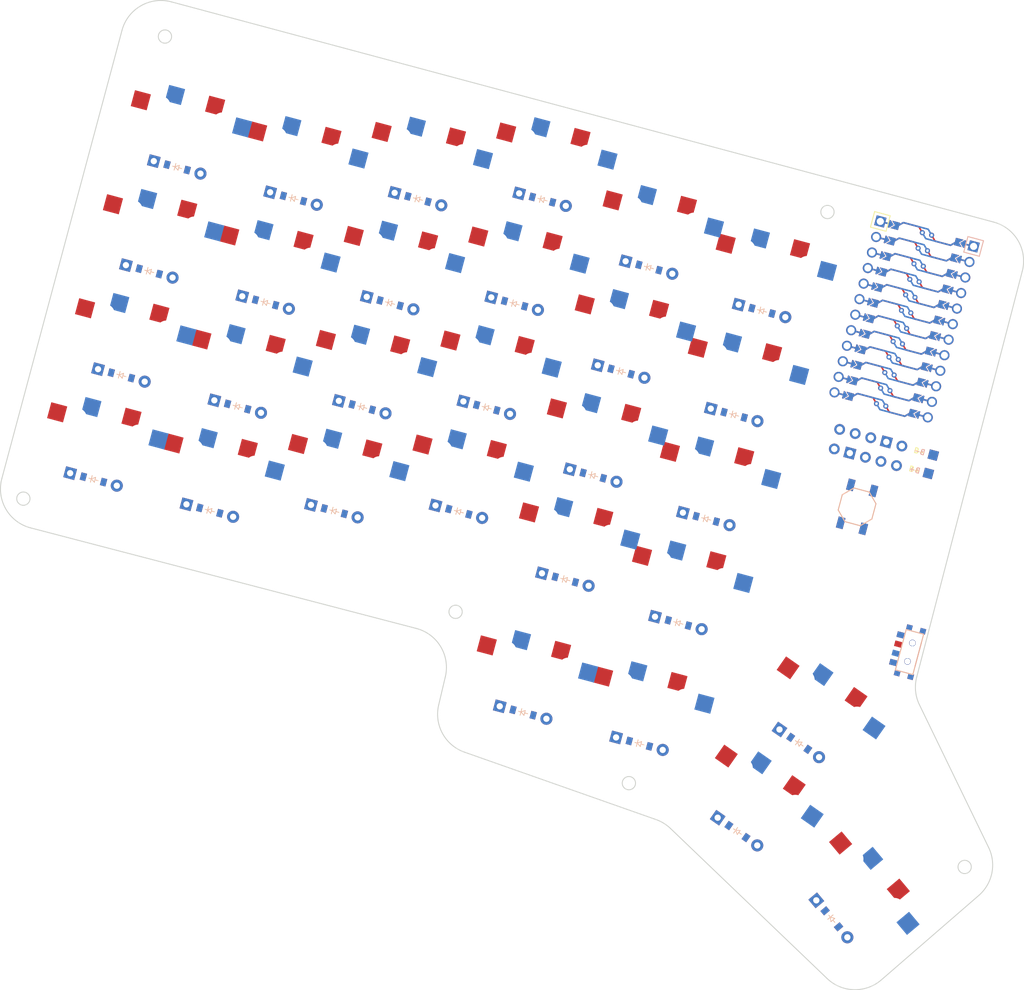
<source format=kicad_pcb>
(kicad_pcb (version 20171130) (host pcbnew 5.1.6)
  (title_block (title board) (rev v1.0.0) (company Unknown))
  (layers (0 F.Cu signal) (31 B.Cu signal) (34 B.Paste user) (35 F.Paste user) (36 B.SilkS user) (37 F.SilkS user) (38 B.Mask user) (39 F.Mask user) (44 Edge.Cuts user))
  (net 0 "")
  (net 1 "outer_bottom")
  (net 2 "P20")
  (net 3 "outer_home")
  (net 4 "outer_top")
  (net 5 "outer_num")
  (net 6 "pinky_bottom")
  (net 7 "P19")
  (net 8 "pinky_home")
  (net 9 "pinky_top")
  (net 10 "pinky_num")
  (net 11 "ring_bottom")
  (net 12 "P18")
  (net 13 "ring_home")
  (net 14 "ring_top")
  (net 15 "ring_num")
  (net 16 "middle_bottom")
  (net 17 "P15")
  (net 18 "middle_home")
  (net 19 "middle_top")
  (net 20 "middle_num")
  (net 21 "index_bottom")
  (net 22 "P14")
  (net 23 "index_home")
  (net 24 "index_top")
  (net 25 "index_num")
  (net 26 "inner_bottom")
  (net 27 "P16")
  (net 28 "inner_home")
  (net 29 "inner_top")
  (net 30 "inner_num")
  (net 31 "near1_home")
  (net 32 "near2_home")
  (net 33 "home_home")
  (net 34 "home_top")
  (net 35 "far_home")
  (net 36 "P7")
  (net 37 "P6")
  (net 38 "P5")
  (net 39 "P4")
  (net 40 "P3")
  (net 41 "RAW")
  (net 42 "GND")
  (net 43 "RST")
  (net 44 "VCC")
  (net 45 "P21")
  (net 46 "P10")
  (net 47 "P1")
  (net 48 "P0")
  (net 49 "P2")
  (net 50 "P8")
  (net 51 "P9")
  (net 52 "Bplus")
  (module PG1350 (layer F.Cu) (at 0 0 -15)
    (fp_text reference "S1" hide)
    (fp_text value "" hide)
    (pad "" np_thru_hole circle (at 0 0) (size 3.429 3.429) (drill 3.429) (layers *.Cu *.Mask))
    (pad "" np_thru_hole circle (at 5.5 0) (size 1.7018 1.7018) (drill 1.7018) (layers *.Cu *.Mask))
    (pad "" np_thru_hole circle (at -5.5 0) (size 1.7018 1.7018) (drill 1.7018) (layers *.Cu *.Mask))
    (pad "" np_thru_hole circle (at 5 -3.75) (size 3 3) (drill 3) (layers *.Cu *.Mask))
    (pad "" np_thru_hole circle (at 0 -5.95) (size 3 3) (drill 3) (layers *.Cu *.Mask))
    (pad 1 smd rect (at -3.275 -5.95 -15) (size 2.6 2.6) (layers B.Cu B.Paste B.Mask) (net 1 "outer_bottom"))
    (pad 2 smd rect (at 8.275 -3.75 -15) (size 2.6 2.6) (layers B.Cu B.Paste B.Mask) (net 2 "P20"))
    (pad "" np_thru_hole circle (at -5 -3.75) (size 3 3) (drill 3) (layers *.Cu *.Mask))
    (pad "" np_thru_hole circle (at 0 -5.95) (size 3 3) (drill 3) (layers *.Cu *.Mask))
    (pad 1 smd rect (at 3.275 -5.95 -15) (size 2.6 2.6) (layers F.Cu F.Paste F.Mask) (net 1 "outer_bottom"))
    (pad 2 smd rect (at -8.275 -3.75 -15) (size 2.6 2.6) (layers F.Cu F.Paste F.Mask) (net 2 "P20"))
  )
  (module PG1350 (layer F.Cu) (at 4.3999238 -16.4207391 -15)
    (fp_text reference "S2" hide)
    (fp_text value "" hide)
    (pad "" np_thru_hole circle (at 0 0) (size 3.429 3.429) (drill 3.429) (layers *.Cu *.Mask))
    (pad "" np_thru_hole circle (at 5.5 0) (size 1.7018 1.7018) (drill 1.7018) (layers *.Cu *.Mask))
    (pad "" np_thru_hole circle (at -5.5 0) (size 1.7018 1.7018) (drill 1.7018) (layers *.Cu *.Mask))
    (pad "" np_thru_hole circle (at 5 -3.75) (size 3 3) (drill 3) (layers *.Cu *.Mask))
    (pad "" np_thru_hole circle (at 0 -5.95) (size 3 3) (drill 3) (layers *.Cu *.Mask))
    (pad 1 smd rect (at -3.275 -5.95 -15) (size 2.6 2.6) (layers B.Cu B.Paste B.Mask) (net 3 "outer_home"))
    (pad 2 smd rect (at 8.275 -3.75 -15) (size 2.6 2.6) (layers B.Cu B.Paste B.Mask) (net 2 "P20"))
    (pad "" np_thru_hole circle (at -5 -3.75) (size 3 3) (drill 3) (layers *.Cu *.Mask))
    (pad "" np_thru_hole circle (at 0 -5.95) (size 3 3) (drill 3) (layers *.Cu *.Mask))
    (pad 1 smd rect (at 3.275 -5.95 -15) (size 2.6 2.6) (layers F.Cu F.Paste F.Mask) (net 3 "outer_home"))
    (pad 2 smd rect (at -8.275 -3.75 -15) (size 2.6 2.6) (layers F.Cu F.Paste F.Mask) (net 2 "P20"))
  )
  (module PG1350 (layer F.Cu) (at 8.7998476 -32.8414781 -15)
    (fp_text reference "S3" hide)
    (fp_text value "" hide)
    (pad "" np_thru_hole circle (at 0 0) (size 3.429 3.429) (drill 3.429) (layers *.Cu *.Mask))
    (pad "" np_thru_hole circle (at 5.5 0) (size 1.7018 1.7018) (drill 1.7018) (layers *.Cu *.Mask))
    (pad "" np_thru_hole circle (at -5.5 0) (size 1.7018 1.7018) (drill 1.7018) (layers *.Cu *.Mask))
    (pad "" np_thru_hole circle (at 5 -3.75) (size 3 3) (drill 3) (layers *.Cu *.Mask))
    (pad "" np_thru_hole circle (at 0 -5.95) (size 3 3) (drill 3) (layers *.Cu *.Mask))
    (pad 1 smd rect (at -3.275 -5.95 -15) (size 2.6 2.6) (layers B.Cu B.Paste B.Mask) (net 4 "outer_top"))
    (pad 2 smd rect (at 8.275 -3.75 -15) (size 2.6 2.6) (layers B.Cu B.Paste B.Mask) (net 2 "P20"))
    (pad "" np_thru_hole circle (at -5 -3.75) (size 3 3) (drill 3) (layers *.Cu *.Mask))
    (pad "" np_thru_hole circle (at 0 -5.95) (size 3 3) (drill 3) (layers *.Cu *.Mask))
    (pad 1 smd rect (at 3.275 -5.95 -15) (size 2.6 2.6) (layers F.Cu F.Paste F.Mask) (net 4 "outer_top"))
    (pad 2 smd rect (at -8.275 -3.75 -15) (size 2.6 2.6) (layers F.Cu F.Paste F.Mask) (net 2 "P20"))
  )
  (module PG1350 (layer F.Cu) (at 13.1997714 -49.2622172 -15)
    (fp_text reference "S4" hide)
    (fp_text value "" hide)
    (pad "" np_thru_hole circle (at 0 0) (size 3.429 3.429) (drill 3.429) (layers *.Cu *.Mask))
    (pad "" np_thru_hole circle (at 5.5 0) (size 1.7018 1.7018) (drill 1.7018) (layers *.Cu *.Mask))
    (pad "" np_thru_hole circle (at -5.5 0) (size 1.7018 1.7018) (drill 1.7018) (layers *.Cu *.Mask))
    (pad "" np_thru_hole circle (at 5 -3.75) (size 3 3) (drill 3) (layers *.Cu *.Mask))
    (pad "" np_thru_hole circle (at 0 -5.95) (size 3 3) (drill 3) (layers *.Cu *.Mask))
    (pad 1 smd rect (at -3.275 -5.95 -15) (size 2.6 2.6) (layers B.Cu B.Paste B.Mask) (net 5 "outer_num"))
    (pad 2 smd rect (at 8.275 -3.75 -15) (size 2.6 2.6) (layers B.Cu B.Paste B.Mask) (net 2 "P20"))
    (pad "" np_thru_hole circle (at -5 -3.75) (size 3 3) (drill 3) (layers *.Cu *.Mask))
    (pad "" np_thru_hole circle (at 0 -5.95) (size 3 3) (drill 3) (layers *.Cu *.Mask))
    (pad 1 smd rect (at 3.275 -5.95 -15) (size 2.6 2.6) (layers F.Cu F.Paste F.Mask) (net 5 "outer_num"))
    (pad 2 smd rect (at -8.275 -3.75 -15) (size 2.6 2.6) (layers F.Cu F.Paste F.Mask) (net 2 "P20"))
  )
  (module PG1350 (layer F.Cu) (at 18.3525907 4.9175619 -15)
    (fp_text reference "S5" hide)
    (fp_text value "" hide)
    (pad "" np_thru_hole circle (at 0 0) (size 3.429 3.429) (drill 3.429) (layers *.Cu *.Mask))
    (pad "" np_thru_hole circle (at 5.5 0) (size 1.7018 1.7018) (drill 1.7018) (layers *.Cu *.Mask))
    (pad "" np_thru_hole circle (at -5.5 0) (size 1.7018 1.7018) (drill 1.7018) (layers *.Cu *.Mask))
    (pad "" np_thru_hole circle (at 5 -3.75) (size 3 3) (drill 3) (layers *.Cu *.Mask))
    (pad "" np_thru_hole circle (at 0 -5.95) (size 3 3) (drill 3) (layers *.Cu *.Mask))
    (pad 1 smd rect (at -3.275 -5.95 -15) (size 2.6 2.6) (layers B.Cu B.Paste B.Mask) (net 6 "pinky_bottom"))
    (pad 2 smd rect (at 8.275 -3.75 -15) (size 2.6 2.6) (layers B.Cu B.Paste B.Mask) (net 7 "P19"))
    (pad "" np_thru_hole circle (at -5 -3.75) (size 3 3) (drill 3) (layers *.Cu *.Mask))
    (pad "" np_thru_hole circle (at 0 -5.95) (size 3 3) (drill 3) (layers *.Cu *.Mask))
    (pad 1 smd rect (at 3.275 -5.95 -15) (size 2.6 2.6) (layers F.Cu F.Paste F.Mask) (net 6 "pinky_bottom"))
    (pad 2 smd rect (at -8.275 -3.75 -15) (size 2.6 2.6) (layers F.Cu F.Paste F.Mask) (net 7 "P19"))
  )
  (module PG1350 (layer F.Cu) (at 22.7525145 -11.5031772 -15)
    (fp_text reference "S6" hide)
    (fp_text value "" hide)
    (pad "" np_thru_hole circle (at 0 0) (size 3.429 3.429) (drill 3.429) (layers *.Cu *.Mask))
    (pad "" np_thru_hole circle (at 5.5 0) (size 1.7018 1.7018) (drill 1.7018) (layers *.Cu *.Mask))
    (pad "" np_thru_hole circle (at -5.5 0) (size 1.7018 1.7018) (drill 1.7018) (layers *.Cu *.Mask))
    (pad "" np_thru_hole circle (at 5 -3.75) (size 3 3) (drill 3) (layers *.Cu *.Mask))
    (pad "" np_thru_hole circle (at 0 -5.95) (size 3 3) (drill 3) (layers *.Cu *.Mask))
    (pad 1 smd rect (at -3.275 -5.95 -15) (size 2.6 2.6) (layers B.Cu B.Paste B.Mask) (net 8 "pinky_home"))
    (pad 2 smd rect (at 8.275 -3.75 -15) (size 2.6 2.6) (layers B.Cu B.Paste B.Mask) (net 7 "P19"))
    (pad "" np_thru_hole circle (at -5 -3.75) (size 3 3) (drill 3) (layers *.Cu *.Mask))
    (pad "" np_thru_hole circle (at 0 -5.95) (size 3 3) (drill 3) (layers *.Cu *.Mask))
    (pad 1 smd rect (at 3.275 -5.95 -15) (size 2.6 2.6) (layers F.Cu F.Paste F.Mask) (net 8 "pinky_home"))
    (pad 2 smd rect (at -8.275 -3.75 -15) (size 2.6 2.6) (layers F.Cu F.Paste F.Mask) (net 7 "P19"))
  )
  (module PG1350 (layer F.Cu) (at 27.1524383 -27.9239163 -15)
    (fp_text reference "S7" hide)
    (fp_text value "" hide)
    (pad "" np_thru_hole circle (at 0 0) (size 3.429 3.429) (drill 3.429) (layers *.Cu *.Mask))
    (pad "" np_thru_hole circle (at 5.5 0) (size 1.7018 1.7018) (drill 1.7018) (layers *.Cu *.Mask))
    (pad "" np_thru_hole circle (at -5.5 0) (size 1.7018 1.7018) (drill 1.7018) (layers *.Cu *.Mask))
    (pad "" np_thru_hole circle (at 5 -3.75) (size 3 3) (drill 3) (layers *.Cu *.Mask))
    (pad "" np_thru_hole circle (at 0 -5.95) (size 3 3) (drill 3) (layers *.Cu *.Mask))
    (pad 1 smd rect (at -3.275 -5.95 -15) (size 2.6 2.6) (layers B.Cu B.Paste B.Mask) (net 9 "pinky_top"))
    (pad 2 smd rect (at 8.275 -3.75 -15) (size 2.6 2.6) (layers B.Cu B.Paste B.Mask) (net 7 "P19"))
    (pad "" np_thru_hole circle (at -5 -3.75) (size 3 3) (drill 3) (layers *.Cu *.Mask))
    (pad "" np_thru_hole circle (at 0 -5.95) (size 3 3) (drill 3) (layers *.Cu *.Mask))
    (pad 1 smd rect (at 3.275 -5.95 -15) (size 2.6 2.6) (layers F.Cu F.Paste F.Mask) (net 9 "pinky_top"))
    (pad 2 smd rect (at -8.275 -3.75 -15) (size 2.6 2.6) (layers F.Cu F.Paste F.Mask) (net 7 "P19"))
  )
  (module PG1350 (layer F.Cu) (at 31.5523621 -44.3446553 -15)
    (fp_text reference "S8" hide)
    (fp_text value "" hide)
    (pad "" np_thru_hole circle (at 0 0) (size 3.429 3.429) (drill 3.429) (layers *.Cu *.Mask))
    (pad "" np_thru_hole circle (at 5.5 0) (size 1.7018 1.7018) (drill 1.7018) (layers *.Cu *.Mask))
    (pad "" np_thru_hole circle (at -5.5 0) (size 1.7018 1.7018) (drill 1.7018) (layers *.Cu *.Mask))
    (pad "" np_thru_hole circle (at 5 -3.75) (size 3 3) (drill 3) (layers *.Cu *.Mask))
    (pad "" np_thru_hole circle (at 0 -5.95) (size 3 3) (drill 3) (layers *.Cu *.Mask))
    (pad 1 smd rect (at -3.275 -5.95 -15) (size 2.6 2.6) (layers B.Cu B.Paste B.Mask) (net 10 "pinky_num"))
    (pad 2 smd rect (at 8.275 -3.75 -15) (size 2.6 2.6) (layers B.Cu B.Paste B.Mask) (net 7 "P19"))
    (pad "" np_thru_hole circle (at -5 -3.75) (size 3 3) (drill 3) (layers *.Cu *.Mask))
    (pad "" np_thru_hole circle (at 0 -5.95) (size 3 3) (drill 3) (layers *.Cu *.Mask))
    (pad 1 smd rect (at 3.275 -5.95 -15) (size 2.6 2.6) (layers F.Cu F.Paste F.Mask) (net 10 "pinky_num"))
    (pad 2 smd rect (at -8.275 -3.75 -15) (size 2.6 2.6) (layers F.Cu F.Paste F.Mask) (net 7 "P19"))
  )
  (module PG1350 (layer F.Cu) (at 37.9992766 5.0054946 -15)
    (fp_text reference "S9" hide)
    (fp_text value "" hide)
    (pad "" np_thru_hole circle (at 0 0) (size 3.429 3.429) (drill 3.429) (layers *.Cu *.Mask))
    (pad "" np_thru_hole circle (at 5.5 0) (size 1.7018 1.7018) (drill 1.7018) (layers *.Cu *.Mask))
    (pad "" np_thru_hole circle (at -5.5 0) (size 1.7018 1.7018) (drill 1.7018) (layers *.Cu *.Mask))
    (pad "" np_thru_hole circle (at 5 -3.75) (size 3 3) (drill 3) (layers *.Cu *.Mask))
    (pad "" np_thru_hole circle (at 0 -5.95) (size 3 3) (drill 3) (layers *.Cu *.Mask))
    (pad 1 smd rect (at -3.275 -5.95 -15) (size 2.6 2.6) (layers B.Cu B.Paste B.Mask) (net 11 "ring_bottom"))
    (pad 2 smd rect (at 8.275 -3.75 -15) (size 2.6 2.6) (layers B.Cu B.Paste B.Mask) (net 12 "P18"))
    (pad "" np_thru_hole circle (at -5 -3.75) (size 3 3) (drill 3) (layers *.Cu *.Mask))
    (pad "" np_thru_hole circle (at 0 -5.95) (size 3 3) (drill 3) (layers *.Cu *.Mask))
    (pad 1 smd rect (at 3.275 -5.95 -15) (size 2.6 2.6) (layers F.Cu F.Paste F.Mask) (net 11 "ring_bottom"))
    (pad 2 smd rect (at -8.275 -3.75 -15) (size 2.6 2.6) (layers F.Cu F.Paste F.Mask) (net 12 "P18"))
  )
  (module PG1350 (layer F.Cu) (at 42.3992004 -11.4152445 -15)
    (fp_text reference "S10" hide)
    (fp_text value "" hide)
    (pad "" np_thru_hole circle (at 0 0) (size 3.429 3.429) (drill 3.429) (layers *.Cu *.Mask))
    (pad "" np_thru_hole circle (at 5.5 0) (size 1.7018 1.7018) (drill 1.7018) (layers *.Cu *.Mask))
    (pad "" np_thru_hole circle (at -5.5 0) (size 1.7018 1.7018) (drill 1.7018) (layers *.Cu *.Mask))
    (pad "" np_thru_hole circle (at 5 -3.75) (size 3 3) (drill 3) (layers *.Cu *.Mask))
    (pad "" np_thru_hole circle (at 0 -5.95) (size 3 3) (drill 3) (layers *.Cu *.Mask))
    (pad 1 smd rect (at -3.275 -5.95 -15) (size 2.6 2.6) (layers B.Cu B.Paste B.Mask) (net 13 "ring_home"))
    (pad 2 smd rect (at 8.275 -3.75 -15) (size 2.6 2.6) (layers B.Cu B.Paste B.Mask) (net 12 "P18"))
    (pad "" np_thru_hole circle (at -5 -3.75) (size 3 3) (drill 3) (layers *.Cu *.Mask))
    (pad "" np_thru_hole circle (at 0 -5.95) (size 3 3) (drill 3) (layers *.Cu *.Mask))
    (pad 1 smd rect (at 3.275 -5.95 -15) (size 2.6 2.6) (layers F.Cu F.Paste F.Mask) (net 13 "ring_home"))
    (pad 2 smd rect (at -8.275 -3.75 -15) (size 2.6 2.6) (layers F.Cu F.Paste F.Mask) (net 12 "P18"))
  )
  (module PG1350 (layer F.Cu) (at 46.7991242 -27.8359835 -15)
    (fp_text reference "S11" hide)
    (fp_text value "" hide)
    (pad "" np_thru_hole circle (at 0 0) (size 3.429 3.429) (drill 3.429) (layers *.Cu *.Mask))
    (pad "" np_thru_hole circle (at 5.5 0) (size 1.7018 1.7018) (drill 1.7018) (layers *.Cu *.Mask))
    (pad "" np_thru_hole circle (at -5.5 0) (size 1.7018 1.7018) (drill 1.7018) (layers *.Cu *.Mask))
    (pad "" np_thru_hole circle (at 5 -3.75) (size 3 3) (drill 3) (layers *.Cu *.Mask))
    (pad "" np_thru_hole circle (at 0 -5.95) (size 3 3) (drill 3) (layers *.Cu *.Mask))
    (pad 1 smd rect (at -3.275 -5.95 -15) (size 2.6 2.6) (layers B.Cu B.Paste B.Mask) (net 14 "ring_top"))
    (pad 2 smd rect (at 8.275 -3.75 -15) (size 2.6 2.6) (layers B.Cu B.Paste B.Mask) (net 12 "P18"))
    (pad "" np_thru_hole circle (at -5 -3.75) (size 3 3) (drill 3) (layers *.Cu *.Mask))
    (pad "" np_thru_hole circle (at 0 -5.95) (size 3 3) (drill 3) (layers *.Cu *.Mask))
    (pad 1 smd rect (at 3.275 -5.95 -15) (size 2.6 2.6) (layers F.Cu F.Paste F.Mask) (net 14 "ring_top"))
    (pad 2 smd rect (at -8.275 -3.75 -15) (size 2.6 2.6) (layers F.Cu F.Paste F.Mask) (net 12 "P18"))
  )
  (module PG1350 (layer F.Cu) (at 51.199048 -44.2567226 -15)
    (fp_text reference "S12" hide)
    (fp_text value "" hide)
    (pad "" np_thru_hole circle (at 0 0) (size 3.429 3.429) (drill 3.429) (layers *.Cu *.Mask))
    (pad "" np_thru_hole circle (at 5.5 0) (size 1.7018 1.7018) (drill 1.7018) (layers *.Cu *.Mask))
    (pad "" np_thru_hole circle (at -5.5 0) (size 1.7018 1.7018) (drill 1.7018) (layers *.Cu *.Mask))
    (pad "" np_thru_hole circle (at 5 -3.75) (size 3 3) (drill 3) (layers *.Cu *.Mask))
    (pad "" np_thru_hole circle (at 0 -5.95) (size 3 3) (drill 3) (layers *.Cu *.Mask))
    (pad 1 smd rect (at -3.275 -5.95 -15) (size 2.6 2.6) (layers B.Cu B.Paste B.Mask) (net 15 "ring_num"))
    (pad 2 smd rect (at 8.275 -3.75 -15) (size 2.6 2.6) (layers B.Cu B.Paste B.Mask) (net 12 "P18"))
    (pad "" np_thru_hole circle (at -5 -3.75) (size 3 3) (drill 3) (layers *.Cu *.Mask))
    (pad "" np_thru_hole circle (at 0 -5.95) (size 3 3) (drill 3) (layers *.Cu *.Mask))
    (pad 1 smd rect (at 3.275 -5.95 -15) (size 2.6 2.6) (layers F.Cu F.Paste F.Mask) (net 15 "ring_num"))
    (pad 2 smd rect (at -8.275 -3.75 -15) (size 2.6 2.6) (layers F.Cu F.Paste F.Mask) (net 12 "P18"))
  )
  (module PG1350 (layer F.Cu) (at 57.6459626 5.0934273 -15)
    (fp_text reference "S13" hide)
    (fp_text value "" hide)
    (pad "" np_thru_hole circle (at 0 0) (size 3.429 3.429) (drill 3.429) (layers *.Cu *.Mask))
    (pad "" np_thru_hole circle (at 5.5 0) (size 1.7018 1.7018) (drill 1.7018) (layers *.Cu *.Mask))
    (pad "" np_thru_hole circle (at -5.5 0) (size 1.7018 1.7018) (drill 1.7018) (layers *.Cu *.Mask))
    (pad "" np_thru_hole circle (at 5 -3.75) (size 3 3) (drill 3) (layers *.Cu *.Mask))
    (pad "" np_thru_hole circle (at 0 -5.95) (size 3 3) (drill 3) (layers *.Cu *.Mask))
    (pad 1 smd rect (at -3.275 -5.95 -15) (size 2.6 2.6) (layers B.Cu B.Paste B.Mask) (net 16 "middle_bottom"))
    (pad 2 smd rect (at 8.275 -3.75 -15) (size 2.6 2.6) (layers B.Cu B.Paste B.Mask) (net 17 "P15"))
    (pad "" np_thru_hole circle (at -5 -3.75) (size 3 3) (drill 3) (layers *.Cu *.Mask))
    (pad "" np_thru_hole circle (at 0 -5.95) (size 3 3) (drill 3) (layers *.Cu *.Mask))
    (pad 1 smd rect (at 3.275 -5.95 -15) (size 2.6 2.6) (layers F.Cu F.Paste F.Mask) (net 16 "middle_bottom"))
    (pad 2 smd rect (at -8.275 -3.75 -15) (size 2.6 2.6) (layers F.Cu F.Paste F.Mask) (net 17 "P15"))
  )
  (module PG1350 (layer F.Cu) (at 62.0458864 -11.3273117 -15)
    (fp_text reference "S14" hide)
    (fp_text value "" hide)
    (pad "" np_thru_hole circle (at 0 0) (size 3.429 3.429) (drill 3.429) (layers *.Cu *.Mask))
    (pad "" np_thru_hole circle (at 5.5 0) (size 1.7018 1.7018) (drill 1.7018) (layers *.Cu *.Mask))
    (pad "" np_thru_hole circle (at -5.5 0) (size 1.7018 1.7018) (drill 1.7018) (layers *.Cu *.Mask))
    (pad "" np_thru_hole circle (at 5 -3.75) (size 3 3) (drill 3) (layers *.Cu *.Mask))
    (pad "" np_thru_hole circle (at 0 -5.95) (size 3 3) (drill 3) (layers *.Cu *.Mask))
    (pad 1 smd rect (at -3.275 -5.95 -15) (size 2.6 2.6) (layers B.Cu B.Paste B.Mask) (net 18 "middle_home"))
    (pad 2 smd rect (at 8.275 -3.75 -15) (size 2.6 2.6) (layers B.Cu B.Paste B.Mask) (net 17 "P15"))
    (pad "" np_thru_hole circle (at -5 -3.75) (size 3 3) (drill 3) (layers *.Cu *.Mask))
    (pad "" np_thru_hole circle (at 0 -5.95) (size 3 3) (drill 3) (layers *.Cu *.Mask))
    (pad 1 smd rect (at 3.275 -5.95 -15) (size 2.6 2.6) (layers F.Cu F.Paste F.Mask) (net 18 "middle_home"))
    (pad 2 smd rect (at -8.275 -3.75 -15) (size 2.6 2.6) (layers F.Cu F.Paste F.Mask) (net 17 "P15"))
  )
  (module PG1350 (layer F.Cu) (at 66.4458102 -27.7480508 -15)
    (fp_text reference "S15" hide)
    (fp_text value "" hide)
    (pad "" np_thru_hole circle (at 0 0) (size 3.429 3.429) (drill 3.429) (layers *.Cu *.Mask))
    (pad "" np_thru_hole circle (at 5.5 0) (size 1.7018 1.7018) (drill 1.7018) (layers *.Cu *.Mask))
    (pad "" np_thru_hole circle (at -5.5 0) (size 1.7018 1.7018) (drill 1.7018) (layers *.Cu *.Mask))
    (pad "" np_thru_hole circle (at 5 -3.75) (size 3 3) (drill 3) (layers *.Cu *.Mask))
    (pad "" np_thru_hole circle (at 0 -5.95) (size 3 3) (drill 3) (layers *.Cu *.Mask))
    (pad 1 smd rect (at -3.275 -5.95 -15) (size 2.6 2.6) (layers B.Cu B.Paste B.Mask) (net 19 "middle_top"))
    (pad 2 smd rect (at 8.275 -3.75 -15) (size 2.6 2.6) (layers B.Cu B.Paste B.Mask) (net 17 "P15"))
    (pad "" np_thru_hole circle (at -5 -3.75) (size 3 3) (drill 3) (layers *.Cu *.Mask))
    (pad "" np_thru_hole circle (at 0 -5.95) (size 3 3) (drill 3) (layers *.Cu *.Mask))
    (pad 1 smd rect (at 3.275 -5.95 -15) (size 2.6 2.6) (layers F.Cu F.Paste F.Mask) (net 19 "middle_top"))
    (pad 2 smd rect (at -8.275 -3.75 -15) (size 2.6 2.6) (layers F.Cu F.Paste F.Mask) (net 17 "P15"))
  )
  (module PG1350 (layer F.Cu) (at 70.845734 -44.1687899 -15)
    (fp_text reference "S16" hide)
    (fp_text value "" hide)
    (pad "" np_thru_hole circle (at 0 0) (size 3.429 3.429) (drill 3.429) (layers *.Cu *.Mask))
    (pad "" np_thru_hole circle (at 5.5 0) (size 1.7018 1.7018) (drill 1.7018) (layers *.Cu *.Mask))
    (pad "" np_thru_hole circle (at -5.5 0) (size 1.7018 1.7018) (drill 1.7018) (layers *.Cu *.Mask))
    (pad "" np_thru_hole circle (at 5 -3.75) (size 3 3) (drill 3) (layers *.Cu *.Mask))
    (pad "" np_thru_hole circle (at 0 -5.95) (size 3 3) (drill 3) (layers *.Cu *.Mask))
    (pad 1 smd rect (at -3.275 -5.95 -15) (size 2.6 2.6) (layers B.Cu B.Paste B.Mask) (net 20 "middle_num"))
    (pad 2 smd rect (at 8.275 -3.75 -15) (size 2.6 2.6) (layers B.Cu B.Paste B.Mask) (net 17 "P15"))
    (pad "" np_thru_hole circle (at -5 -3.75) (size 3 3) (drill 3) (layers *.Cu *.Mask))
    (pad "" np_thru_hole circle (at 0 -5.95) (size 3 3) (drill 3) (layers *.Cu *.Mask))
    (pad 1 smd rect (at 3.275 -5.95 -15) (size 2.6 2.6) (layers F.Cu F.Paste F.Mask) (net 20 "middle_num"))
    (pad 2 smd rect (at -8.275 -3.75 -15) (size 2.6 2.6) (layers F.Cu F.Paste F.Mask) (net 17 "P15"))
  )
  (module PG1350 (layer F.Cu) (at 74.445639 15.8065442 -15)
    (fp_text reference "S17" hide)
    (fp_text value "" hide)
    (pad "" np_thru_hole circle (at 0 0) (size 3.429 3.429) (drill 3.429) (layers *.Cu *.Mask))
    (pad "" np_thru_hole circle (at 5.5 0) (size 1.7018 1.7018) (drill 1.7018) (layers *.Cu *.Mask))
    (pad "" np_thru_hole circle (at -5.5 0) (size 1.7018 1.7018) (drill 1.7018) (layers *.Cu *.Mask))
    (pad "" np_thru_hole circle (at 5 -3.75) (size 3 3) (drill 3) (layers *.Cu *.Mask))
    (pad "" np_thru_hole circle (at 0 -5.95) (size 3 3) (drill 3) (layers *.Cu *.Mask))
    (pad 1 smd rect (at -3.275 -5.95 -15) (size 2.6 2.6) (layers B.Cu B.Paste B.Mask) (net 21 "index_bottom"))
    (pad 2 smd rect (at 8.275 -3.75 -15) (size 2.6 2.6) (layers B.Cu B.Paste B.Mask) (net 22 "P14"))
    (pad "" np_thru_hole circle (at -5 -3.75) (size 3 3) (drill 3) (layers *.Cu *.Mask))
    (pad "" np_thru_hole circle (at 0 -5.95) (size 3 3) (drill 3) (layers *.Cu *.Mask))
    (pad 1 smd rect (at 3.275 -5.95 -15) (size 2.6 2.6) (layers F.Cu F.Paste F.Mask) (net 21 "index_bottom"))
    (pad 2 smd rect (at -8.275 -3.75 -15) (size 2.6 2.6) (layers F.Cu F.Paste F.Mask) (net 22 "P14"))
  )
  (module PG1350 (layer F.Cu) (at 78.8455628 -0.6141949 -15)
    (fp_text reference "S18" hide)
    (fp_text value "" hide)
    (pad "" np_thru_hole circle (at 0 0) (size 3.429 3.429) (drill 3.429) (layers *.Cu *.Mask))
    (pad "" np_thru_hole circle (at 5.5 0) (size 1.7018 1.7018) (drill 1.7018) (layers *.Cu *.Mask))
    (pad "" np_thru_hole circle (at -5.5 0) (size 1.7018 1.7018) (drill 1.7018) (layers *.Cu *.Mask))
    (pad "" np_thru_hole circle (at 5 -3.75) (size 3 3) (drill 3) (layers *.Cu *.Mask))
    (pad "" np_thru_hole circle (at 0 -5.95) (size 3 3) (drill 3) (layers *.Cu *.Mask))
    (pad 1 smd rect (at -3.275 -5.95 -15) (size 2.6 2.6) (layers B.Cu B.Paste B.Mask) (net 23 "index_home"))
    (pad 2 smd rect (at 8.275 -3.75 -15) (size 2.6 2.6) (layers B.Cu B.Paste B.Mask) (net 22 "P14"))
    (pad "" np_thru_hole circle (at -5 -3.75) (size 3 3) (drill 3) (layers *.Cu *.Mask))
    (pad "" np_thru_hole circle (at 0 -5.95) (size 3 3) (drill 3) (layers *.Cu *.Mask))
    (pad 1 smd rect (at 3.275 -5.95 -15) (size 2.6 2.6) (layers F.Cu F.Paste F.Mask) (net 23 "index_home"))
    (pad 2 smd rect (at -8.275 -3.75 -15) (size 2.6 2.6) (layers F.Cu F.Paste F.Mask) (net 22 "P14"))
  )
  (module PG1350 (layer F.Cu) (at 83.2454866 -17.034934 -15)
    (fp_text reference "S19" hide)
    (fp_text value "" hide)
    (pad "" np_thru_hole circle (at 0 0) (size 3.429 3.429) (drill 3.429) (layers *.Cu *.Mask))
    (pad "" np_thru_hole circle (at 5.5 0) (size 1.7018 1.7018) (drill 1.7018) (layers *.Cu *.Mask))
    (pad "" np_thru_hole circle (at -5.5 0) (size 1.7018 1.7018) (drill 1.7018) (layers *.Cu *.Mask))
    (pad "" np_thru_hole circle (at 5 -3.75) (size 3 3) (drill 3) (layers *.Cu *.Mask))
    (pad "" np_thru_hole circle (at 0 -5.95) (size 3 3) (drill 3) (layers *.Cu *.Mask))
    (pad 1 smd rect (at -3.275 -5.95 -15) (size 2.6 2.6) (layers B.Cu B.Paste B.Mask) (net 24 "index_top"))
    (pad 2 smd rect (at 8.275 -3.75 -15) (size 2.6 2.6) (layers B.Cu B.Paste B.Mask) (net 22 "P14"))
    (pad "" np_thru_hole circle (at -5 -3.75) (size 3 3) (drill 3) (layers *.Cu *.Mask))
    (pad "" np_thru_hole circle (at 0 -5.95) (size 3 3) (drill 3) (layers *.Cu *.Mask))
    (pad 1 smd rect (at 3.275 -5.95 -15) (size 2.6 2.6) (layers F.Cu F.Paste F.Mask) (net 24 "index_top"))
    (pad 2 smd rect (at -8.275 -3.75 -15) (size 2.6 2.6) (layers F.Cu F.Paste F.Mask) (net 22 "P14"))
  )
  (module PG1350 (layer F.Cu) (at 87.6454104 -33.455673 -15)
    (fp_text reference "S20" hide)
    (fp_text value "" hide)
    (pad "" np_thru_hole circle (at 0 0) (size 3.429 3.429) (drill 3.429) (layers *.Cu *.Mask))
    (pad "" np_thru_hole circle (at 5.5 0) (size 1.7018 1.7018) (drill 1.7018) (layers *.Cu *.Mask))
    (pad "" np_thru_hole circle (at -5.5 0) (size 1.7018 1.7018) (drill 1.7018) (layers *.Cu *.Mask))
    (pad "" np_thru_hole circle (at 5 -3.75) (size 3 3) (drill 3) (layers *.Cu *.Mask))
    (pad "" np_thru_hole circle (at 0 -5.95) (size 3 3) (drill 3) (layers *.Cu *.Mask))
    (pad 1 smd rect (at -3.275 -5.95 -15) (size 2.6 2.6) (layers B.Cu B.Paste B.Mask) (net 25 "index_num"))
    (pad 2 smd rect (at 8.275 -3.75 -15) (size 2.6 2.6) (layers B.Cu B.Paste B.Mask) (net 22 "P14"))
    (pad "" np_thru_hole circle (at -5 -3.75) (size 3 3) (drill 3) (layers *.Cu *.Mask))
    (pad "" np_thru_hole circle (at 0 -5.95) (size 3 3) (drill 3) (layers *.Cu *.Mask))
    (pad 1 smd rect (at 3.275 -5.95 -15) (size 2.6 2.6) (layers F.Cu F.Paste F.Mask) (net 25 "index_num"))
    (pad 2 smd rect (at -8.275 -3.75 -15) (size 2.6 2.6) (layers F.Cu F.Paste F.Mask) (net 22 "P14"))
  )
  (module PG1350 (layer F.Cu) (at 92.2805916 22.6559576 -15)
    (fp_text reference "S21" hide)
    (fp_text value "" hide)
    (pad "" np_thru_hole circle (at 0 0) (size 3.429 3.429) (drill 3.429) (layers *.Cu *.Mask))
    (pad "" np_thru_hole circle (at 5.5 0) (size 1.7018 1.7018) (drill 1.7018) (layers *.Cu *.Mask))
    (pad "" np_thru_hole circle (at -5.5 0) (size 1.7018 1.7018) (drill 1.7018) (layers *.Cu *.Mask))
    (pad "" np_thru_hole circle (at 5 -3.75) (size 3 3) (drill 3) (layers *.Cu *.Mask))
    (pad "" np_thru_hole circle (at 0 -5.95) (size 3 3) (drill 3) (layers *.Cu *.Mask))
    (pad 1 smd rect (at -3.275 -5.95 -15) (size 2.6 2.6) (layers B.Cu B.Paste B.Mask) (net 26 "inner_bottom"))
    (pad 2 smd rect (at 8.275 -3.75 -15) (size 2.6 2.6) (layers B.Cu B.Paste B.Mask) (net 27 "P16"))
    (pad "" np_thru_hole circle (at -5 -3.75) (size 3 3) (drill 3) (layers *.Cu *.Mask))
    (pad "" np_thru_hole circle (at 0 -5.95) (size 3 3) (drill 3) (layers *.Cu *.Mask))
    (pad 1 smd rect (at 3.275 -5.95 -15) (size 2.6 2.6) (layers F.Cu F.Paste F.Mask) (net 26 "inner_bottom"))
    (pad 2 smd rect (at -8.275 -3.75 -15) (size 2.6 2.6) (layers F.Cu F.Paste F.Mask) (net 27 "P16"))
  )
  (module PG1350 (layer F.Cu) (at 96.6805154 6.2352185 -15)
    (fp_text reference "S22" hide)
    (fp_text value "" hide)
    (pad "" np_thru_hole circle (at 0 0) (size 3.429 3.429) (drill 3.429) (layers *.Cu *.Mask))
    (pad "" np_thru_hole circle (at 5.5 0) (size 1.7018 1.7018) (drill 1.7018) (layers *.Cu *.Mask))
    (pad "" np_thru_hole circle (at -5.5 0) (size 1.7018 1.7018) (drill 1.7018) (layers *.Cu *.Mask))
    (pad "" np_thru_hole circle (at 5 -3.75) (size 3 3) (drill 3) (layers *.Cu *.Mask))
    (pad "" np_thru_hole circle (at 0 -5.95) (size 3 3) (drill 3) (layers *.Cu *.Mask))
    (pad 1 smd rect (at -3.275 -5.95 -15) (size 2.6 2.6) (layers B.Cu B.Paste B.Mask) (net 28 "inner_home"))
    (pad 2 smd rect (at 8.275 -3.75 -15) (size 2.6 2.6) (layers B.Cu B.Paste B.Mask) (net 27 "P16"))
    (pad "" np_thru_hole circle (at -5 -3.75) (size 3 3) (drill 3) (layers *.Cu *.Mask))
    (pad "" np_thru_hole circle (at 0 -5.95) (size 3 3) (drill 3) (layers *.Cu *.Mask))
    (pad 1 smd rect (at 3.275 -5.95 -15) (size 2.6 2.6) (layers F.Cu F.Paste F.Mask) (net 28 "inner_home"))
    (pad 2 smd rect (at -8.275 -3.75 -15) (size 2.6 2.6) (layers F.Cu F.Paste F.Mask) (net 27 "P16"))
  )
  (module PG1350 (layer F.Cu) (at 101.0804392 -10.1855206 -15)
    (fp_text reference "S23" hide)
    (fp_text value "" hide)
    (pad "" np_thru_hole circle (at 0 0) (size 3.429 3.429) (drill 3.429) (layers *.Cu *.Mask))
    (pad "" np_thru_hole circle (at 5.5 0) (size 1.7018 1.7018) (drill 1.7018) (layers *.Cu *.Mask))
    (pad "" np_thru_hole circle (at -5.5 0) (size 1.7018 1.7018) (drill 1.7018) (layers *.Cu *.Mask))
    (pad "" np_thru_hole circle (at 5 -3.75) (size 3 3) (drill 3) (layers *.Cu *.Mask))
    (pad "" np_thru_hole circle (at 0 -5.95) (size 3 3) (drill 3) (layers *.Cu *.Mask))
    (pad 1 smd rect (at -3.275 -5.95 -15) (size 2.6 2.6) (layers B.Cu B.Paste B.Mask) (net 29 "inner_top"))
    (pad 2 smd rect (at 8.275 -3.75 -15) (size 2.6 2.6) (layers B.Cu B.Paste B.Mask) (net 27 "P16"))
    (pad "" np_thru_hole circle (at -5 -3.75) (size 3 3) (drill 3) (layers *.Cu *.Mask))
    (pad "" np_thru_hole circle (at 0 -5.95) (size 3 3) (drill 3) (layers *.Cu *.Mask))
    (pad 1 smd rect (at 3.275 -5.95 -15) (size 2.6 2.6) (layers F.Cu F.Paste F.Mask) (net 29 "inner_top"))
    (pad 2 smd rect (at -8.275 -3.75 -15) (size 2.6 2.6) (layers F.Cu F.Paste F.Mask) (net 27 "P16"))
  )
  (module PG1350 (layer F.Cu) (at 105.480363 -26.6062596 -15)
    (fp_text reference "S24" hide)
    (fp_text value "" hide)
    (pad "" np_thru_hole circle (at 0 0) (size 3.429 3.429) (drill 3.429) (layers *.Cu *.Mask))
    (pad "" np_thru_hole circle (at 5.5 0) (size 1.7018 1.7018) (drill 1.7018) (layers *.Cu *.Mask))
    (pad "" np_thru_hole circle (at -5.5 0) (size 1.7018 1.7018) (drill 1.7018) (layers *.Cu *.Mask))
    (pad "" np_thru_hole circle (at 5 -3.75) (size 3 3) (drill 3) (layers *.Cu *.Mask))
    (pad "" np_thru_hole circle (at 0 -5.95) (size 3 3) (drill 3) (layers *.Cu *.Mask))
    (pad 1 smd rect (at -3.275 -5.95 -15) (size 2.6 2.6) (layers B.Cu B.Paste B.Mask) (net 30 "inner_num"))
    (pad 2 smd rect (at 8.275 -3.75 -15) (size 2.6 2.6) (layers B.Cu B.Paste B.Mask) (net 27 "P16"))
    (pad "" np_thru_hole circle (at -5 -3.75) (size 3 3) (drill 3) (layers *.Cu *.Mask))
    (pad "" np_thru_hole circle (at 0 -5.95) (size 3 3) (drill 3) (layers *.Cu *.Mask))
    (pad 1 smd rect (at 3.275 -5.95 -15) (size 2.6 2.6) (layers F.Cu F.Paste F.Mask) (net 30 "inner_num"))
    (pad 2 smd rect (at -8.275 -3.75 -15) (size 2.6 2.6) (layers F.Cu F.Paste F.Mask) (net 27 "P16"))
  )
  (module PG1350 (layer F.Cu) (at 67.7856942 36.7980932 -15)
    (fp_text reference "S25" hide)
    (fp_text value "" hide)
    (pad "" np_thru_hole circle (at 0 0) (size 3.429 3.429) (drill 3.429) (layers *.Cu *.Mask))
    (pad "" np_thru_hole circle (at 5.5 0) (size 1.7018 1.7018) (drill 1.7018) (layers *.Cu *.Mask))
    (pad "" np_thru_hole circle (at -5.5 0) (size 1.7018 1.7018) (drill 1.7018) (layers *.Cu *.Mask))
    (pad "" np_thru_hole circle (at 5 -3.75) (size 3 3) (drill 3) (layers *.Cu *.Mask))
    (pad "" np_thru_hole circle (at 0 -5.95) (size 3 3) (drill 3) (layers *.Cu *.Mask))
    (pad 1 smd rect (at -3.275 -5.95 -15) (size 2.6 2.6) (layers B.Cu B.Paste B.Mask) (net 31 "near1_home"))
    (pad 2 smd rect (at 8.275 -3.75 -15) (size 2.6 2.6) (layers B.Cu B.Paste B.Mask) (net 2 "P20"))
    (pad "" np_thru_hole circle (at -5 -3.75) (size 3 3) (drill 3) (layers *.Cu *.Mask))
    (pad "" np_thru_hole circle (at 0 -5.95) (size 3 3) (drill 3) (layers *.Cu *.Mask))
    (pad 1 smd rect (at 3.275 -5.95 -15) (size 2.6 2.6) (layers F.Cu F.Paste F.Mask) (net 31 "near1_home"))
    (pad 2 smd rect (at -8.275 -3.75 -15) (size 2.6 2.6) (layers F.Cu F.Paste F.Mask) (net 2 "P20"))
  )
  (module PG1350 (layer F.Cu) (at 86.1382849 41.7156551 -15)
    (fp_text reference "S26" hide)
    (fp_text value "" hide)
    (pad "" np_thru_hole circle (at 0 0) (size 3.429 3.429) (drill 3.429) (layers *.Cu *.Mask))
    (pad "" np_thru_hole circle (at 5.5 0) (size 1.7018 1.7018) (drill 1.7018) (layers *.Cu *.Mask))
    (pad "" np_thru_hole circle (at -5.5 0) (size 1.7018 1.7018) (drill 1.7018) (layers *.Cu *.Mask))
    (pad "" np_thru_hole circle (at 5 -3.75) (size 3 3) (drill 3) (layers *.Cu *.Mask))
    (pad "" np_thru_hole circle (at 0 -5.95) (size 3 3) (drill 3) (layers *.Cu *.Mask))
    (pad 1 smd rect (at -3.275 -5.95 -15) (size 2.6 2.6) (layers B.Cu B.Paste B.Mask) (net 32 "near2_home"))
    (pad 2 smd rect (at 8.275 -3.75 -15) (size 2.6 2.6) (layers B.Cu B.Paste B.Mask) (net 7 "P19"))
    (pad "" np_thru_hole circle (at -5 -3.75) (size 3 3) (drill 3) (layers *.Cu *.Mask))
    (pad "" np_thru_hole circle (at 0 -5.95) (size 3 3) (drill 3) (layers *.Cu *.Mask))
    (pad 1 smd rect (at 3.275 -5.95 -15) (size 2.6 2.6) (layers F.Cu F.Paste F.Mask) (net 32 "near2_home"))
    (pad 2 smd rect (at -8.275 -3.75 -15) (size 2.6 2.6) (layers F.Cu F.Paste F.Mask) (net 7 "P19"))
  )
  (module PG1350 (layer F.Cu) (at 103.1840575 56.3223143 -35)
    (fp_text reference "S27" hide)
    (fp_text value "" hide)
    (pad "" np_thru_hole circle (at 0 0) (size 3.429 3.429) (drill 3.429) (layers *.Cu *.Mask))
    (pad "" np_thru_hole circle (at 5.5 0) (size 1.7018 1.7018) (drill 1.7018) (layers *.Cu *.Mask))
    (pad "" np_thru_hole circle (at -5.5 0) (size 1.7018 1.7018) (drill 1.7018) (layers *.Cu *.Mask))
    (pad "" np_thru_hole circle (at 5 -3.75) (size 3 3) (drill 3) (layers *.Cu *.Mask))
    (pad "" np_thru_hole circle (at 0 -5.95) (size 3 3) (drill 3) (layers *.Cu *.Mask))
    (pad 1 smd rect (at -3.275 -5.95 -35) (size 2.6 2.6) (layers B.Cu B.Paste B.Mask) (net 33 "home_home"))
    (pad 2 smd rect (at 8.275 -3.75 -35) (size 2.6 2.6) (layers B.Cu B.Paste B.Mask) (net 12 "P18"))
    (pad "" np_thru_hole circle (at -5 -3.75) (size 3 3) (drill 3) (layers *.Cu *.Mask))
    (pad "" np_thru_hole circle (at 0 -5.95) (size 3 3) (drill 3) (layers *.Cu *.Mask))
    (pad 1 smd rect (at 3.275 -5.95 -35) (size 2.6 2.6) (layers F.Cu F.Paste F.Mask) (net 33 "home_home"))
    (pad 2 smd rect (at -8.275 -3.75 -35) (size 2.6 2.6) (layers F.Cu F.Paste F.Mask) (net 12 "P18"))
  )
  (module PG1350 (layer F.Cu) (at 112.9348569 42.3967296 -35)
    (fp_text reference "S28" hide)
    (fp_text value "" hide)
    (pad "" np_thru_hole circle (at 0 0) (size 3.429 3.429) (drill 3.429) (layers *.Cu *.Mask))
    (pad "" np_thru_hole circle (at 5.5 0) (size 1.7018 1.7018) (drill 1.7018) (layers *.Cu *.Mask))
    (pad "" np_thru_hole circle (at -5.5 0) (size 1.7018 1.7018) (drill 1.7018) (layers *.Cu *.Mask))
    (pad "" np_thru_hole circle (at 5 -3.75) (size 3 3) (drill 3) (layers *.Cu *.Mask))
    (pad "" np_thru_hole circle (at 0 -5.95) (size 3 3) (drill 3) (layers *.Cu *.Mask))
    (pad 1 smd rect (at -3.275 -5.95 -35) (size 2.6 2.6) (layers B.Cu B.Paste B.Mask) (net 34 "home_top"))
    (pad 2 smd rect (at 8.275 -3.75 -35) (size 2.6 2.6) (layers B.Cu B.Paste B.Mask) (net 17 "P15"))
    (pad "" np_thru_hole circle (at -5 -3.75) (size 3 3) (drill 3) (layers *.Cu *.Mask))
    (pad "" np_thru_hole circle (at 0 -5.95) (size 3 3) (drill 3) (layers *.Cu *.Mask))
    (pad 1 smd rect (at 3.275 -5.95 -35) (size 2.6 2.6) (layers F.Cu F.Paste F.Mask) (net 34 "home_top"))
    (pad 2 smd rect (at -8.275 -3.75 -35) (size 2.6 2.6) (layers F.Cu F.Paste F.Mask) (net 17 "P15"))
  )
  (module PG1350 (layer F.Cu) (at 119.0359657 70.9806905 -50)
    (fp_text reference "S29" hide)
    (fp_text value "" hide)
    (pad "" np_thru_hole circle (at 0 0) (size 3.429 3.429) (drill 3.429) (layers *.Cu *.Mask))
    (pad "" np_thru_hole circle (at 5.5 0) (size 1.7018 1.7018) (drill 1.7018) (layers *.Cu *.Mask))
    (pad "" np_thru_hole circle (at -5.5 0) (size 1.7018 1.7018) (drill 1.7018) (layers *.Cu *.Mask))
    (pad "" np_thru_hole circle (at 5 -3.75) (size 3 3) (drill 3) (layers *.Cu *.Mask))
    (pad "" np_thru_hole circle (at 0 -5.95) (size 3 3) (drill 3) (layers *.Cu *.Mask))
    (pad 1 smd rect (at -3.275 -5.95 -50) (size 2.6 2.6) (layers B.Cu B.Paste B.Mask) (net 35 "far_home"))
    (pad 2 smd rect (at 8.275 -3.75 -50) (size 2.6 2.6) (layers B.Cu B.Paste B.Mask) (net 22 "P14"))
    (pad "" np_thru_hole circle (at -5 -3.75) (size 3 3) (drill 3) (layers *.Cu *.Mask))
    (pad "" np_thru_hole circle (at 0 -5.95) (size 3 3) (drill 3) (layers *.Cu *.Mask))
    (pad 1 smd rect (at 3.275 -5.95 -50) (size 2.6 2.6) (layers F.Cu F.Paste F.Mask) (net 35 "far_home"))
    (pad 2 smd rect (at -8.275 -3.75 -50) (size 2.6 2.6) (layers F.Cu F.Paste F.Mask) (net 22 "P14"))
  )
  (module ComboDiode (layer F.Cu) (at -1.2940952 4.8296291 -15)
    (fp_text reference "D1" hide)
    (fp_text value "" hide)
    (pad 1 smd rect (at -1.65 0 -15) (size 0.9 1.2) (layers F.Cu F.Paste F.Mask) (net 36 "P7"))
    (pad 2 smd rect (at 1.65 0 -15) (size 0.9 1.2) (layers B.Cu B.Paste B.Mask) (net 1 "outer_bottom"))
    (pad 1 smd rect (at -1.65 0 -15) (size 0.9 1.2) (layers B.Cu B.Paste B.Mask) (net 36 "P7"))
    (pad 2 smd rect (at 1.65 0 -15) (size 0.9 1.2) (layers F.Cu F.Paste F.Mask) (net 1 "outer_bottom"))
    (pad 1 thru_hole rect (at -3.81 0 -15) (size 1.778 1.778) (drill 0.9906) (layers *.Cu *.Mask) (net 36 "P7"))
    (pad 2 thru_hole circle (at 3.81 0 -15) (size 1.905 1.905) (drill 0.9906) (layers *.Cu *.Mask) (net 1 "outer_bottom"))
  )
  (module ComboDiode (layer F.Cu) (at 3.1058285999999997 -11.591109999999999 -15)
    (fp_text reference "D2" hide)
    (fp_text value "" hide)
    (pad 1 smd rect (at -1.65 0 -15) (size 0.9 1.2) (layers F.Cu F.Paste F.Mask) (net 37 "P6"))
    (pad 2 smd rect (at 1.65 0 -15) (size 0.9 1.2) (layers B.Cu B.Paste B.Mask) (net 3 "outer_home"))
    (pad 1 smd rect (at -1.65 0 -15) (size 0.9 1.2) (layers B.Cu B.Paste B.Mask) (net 37 "P6"))
    (pad 2 smd rect (at 1.65 0 -15) (size 0.9 1.2) (layers F.Cu F.Paste F.Mask) (net 3 "outer_home"))
    (pad 1 thru_hole rect (at -3.81 0 -15) (size 1.778 1.778) (drill 0.9906) (layers *.Cu *.Mask) (net 37 "P6"))
    (pad 2 thru_hole circle (at 3.81 0 -15) (size 1.905 1.905) (drill 0.9906) (layers *.Cu *.Mask) (net 3 "outer_home"))
  )
  (module ComboDiode (layer F.Cu) (at 7.5057523999999995 -28.011849000000005 -15)
    (fp_text reference "D3" hide)
    (fp_text value "" hide)
    (pad 1 smd rect (at -1.65 0 -15) (size 0.9 1.2) (layers F.Cu F.Paste F.Mask) (net 38 "P5"))
    (pad 2 smd rect (at 1.65 0 -15) (size 0.9 1.2) (layers B.Cu B.Paste B.Mask) (net 4 "outer_top"))
    (pad 1 smd rect (at -1.65 0 -15) (size 0.9 1.2) (layers B.Cu B.Paste B.Mask) (net 38 "P5"))
    (pad 2 smd rect (at 1.65 0 -15) (size 0.9 1.2) (layers F.Cu F.Paste F.Mask) (net 4 "outer_top"))
    (pad 1 thru_hole rect (at -3.81 0 -15) (size 1.778 1.778) (drill 0.9906) (layers *.Cu *.Mask) (net 38 "P5"))
    (pad 2 thru_hole circle (at 3.81 0 -15) (size 1.905 1.905) (drill 0.9906) (layers *.Cu *.Mask) (net 4 "outer_top"))
  )
  (module ComboDiode (layer F.Cu) (at 11.9056762 -44.432588100000004 -15)
    (fp_text reference "D4" hide)
    (fp_text value "" hide)
    (pad 1 smd rect (at -1.65 0 -15) (size 0.9 1.2) (layers F.Cu F.Paste F.Mask) (net 39 "P4"))
    (pad 2 smd rect (at 1.65 0 -15) (size 0.9 1.2) (layers B.Cu B.Paste B.Mask) (net 5 "outer_num"))
    (pad 1 smd rect (at -1.65 0 -15) (size 0.9 1.2) (layers B.Cu B.Paste B.Mask) (net 39 "P4"))
    (pad 2 smd rect (at 1.65 0 -15) (size 0.9 1.2) (layers F.Cu F.Paste F.Mask) (net 5 "outer_num"))
    (pad 1 thru_hole rect (at -3.81 0 -15) (size 1.778 1.778) (drill 0.9906) (layers *.Cu *.Mask) (net 39 "P4"))
    (pad 2 thru_hole circle (at 3.81 0 -15) (size 1.905 1.905) (drill 0.9906) (layers *.Cu *.Mask) (net 5 "outer_num"))
  )
  (module ComboDiode (layer F.Cu) (at 17.0584955 9.747191 -15)
    (fp_text reference "D5" hide)
    (fp_text value "" hide)
    (pad 1 smd rect (at -1.65 0 -15) (size 0.9 1.2) (layers F.Cu F.Paste F.Mask) (net 36 "P7"))
    (pad 2 smd rect (at 1.65 0 -15) (size 0.9 1.2) (layers B.Cu B.Paste B.Mask) (net 6 "pinky_bottom"))
    (pad 1 smd rect (at -1.65 0 -15) (size 0.9 1.2) (layers B.Cu B.Paste B.Mask) (net 36 "P7"))
    (pad 2 smd rect (at 1.65 0 -15) (size 0.9 1.2) (layers F.Cu F.Paste F.Mask) (net 6 "pinky_bottom"))
    (pad 1 thru_hole rect (at -3.81 0 -15) (size 1.778 1.778) (drill 0.9906) (layers *.Cu *.Mask) (net 36 "P7"))
    (pad 2 thru_hole circle (at 3.81 0 -15) (size 1.905 1.905) (drill 0.9906) (layers *.Cu *.Mask) (net 6 "pinky_bottom"))
  )
  (module ComboDiode (layer F.Cu) (at 21.4584193 -6.6735481 -15)
    (fp_text reference "D6" hide)
    (fp_text value "" hide)
    (pad 1 smd rect (at -1.65 0 -15) (size 0.9 1.2) (layers F.Cu F.Paste F.Mask) (net 37 "P6"))
    (pad 2 smd rect (at 1.65 0 -15) (size 0.9 1.2) (layers B.Cu B.Paste B.Mask) (net 8 "pinky_home"))
    (pad 1 smd rect (at -1.65 0 -15) (size 0.9 1.2) (layers B.Cu B.Paste B.Mask) (net 37 "P6"))
    (pad 2 smd rect (at 1.65 0 -15) (size 0.9 1.2) (layers F.Cu F.Paste F.Mask) (net 8 "pinky_home"))
    (pad 1 thru_hole rect (at -3.81 0 -15) (size 1.778 1.778) (drill 0.9906) (layers *.Cu *.Mask) (net 37 "P6"))
    (pad 2 thru_hole circle (at 3.81 0 -15) (size 1.905 1.905) (drill 0.9906) (layers *.Cu *.Mask) (net 8 "pinky_home"))
  )
  (module ComboDiode (layer F.Cu) (at 25.8583431 -23.094287199999997 -15)
    (fp_text reference "D7" hide)
    (fp_text value "" hide)
    (pad 1 smd rect (at -1.65 0 -15) (size 0.9 1.2) (layers F.Cu F.Paste F.Mask) (net 38 "P5"))
    (pad 2 smd rect (at 1.65 0 -15) (size 0.9 1.2) (layers B.Cu B.Paste B.Mask) (net 9 "pinky_top"))
    (pad 1 smd rect (at -1.65 0 -15) (size 0.9 1.2) (layers B.Cu B.Paste B.Mask) (net 38 "P5"))
    (pad 2 smd rect (at 1.65 0 -15) (size 0.9 1.2) (layers F.Cu F.Paste F.Mask) (net 9 "pinky_top"))
    (pad 1 thru_hole rect (at -3.81 0 -15) (size 1.778 1.778) (drill 0.9906) (layers *.Cu *.Mask) (net 38 "P5"))
    (pad 2 thru_hole circle (at 3.81 0 -15) (size 1.905 1.905) (drill 0.9906) (layers *.Cu *.Mask) (net 9 "pinky_top"))
  )
  (module ComboDiode (layer F.Cu) (at 30.2582669 -39.5150262 -15)
    (fp_text reference "D8" hide)
    (fp_text value "" hide)
    (pad 1 smd rect (at -1.65 0 -15) (size 0.9 1.2) (layers F.Cu F.Paste F.Mask) (net 39 "P4"))
    (pad 2 smd rect (at 1.65 0 -15) (size 0.9 1.2) (layers B.Cu B.Paste B.Mask) (net 10 "pinky_num"))
    (pad 1 smd rect (at -1.65 0 -15) (size 0.9 1.2) (layers B.Cu B.Paste B.Mask) (net 39 "P4"))
    (pad 2 smd rect (at 1.65 0 -15) (size 0.9 1.2) (layers F.Cu F.Paste F.Mask) (net 10 "pinky_num"))
    (pad 1 thru_hole rect (at -3.81 0 -15) (size 1.778 1.778) (drill 0.9906) (layers *.Cu *.Mask) (net 39 "P4"))
    (pad 2 thru_hole circle (at 3.81 0 -15) (size 1.905 1.905) (drill 0.9906) (layers *.Cu *.Mask) (net 10 "pinky_num"))
  )
  (module ComboDiode (layer F.Cu) (at 36.7051814 9.8351237 -15)
    (fp_text reference "D9" hide)
    (fp_text value "" hide)
    (pad 1 smd rect (at -1.65 0 -15) (size 0.9 1.2) (layers F.Cu F.Paste F.Mask) (net 36 "P7"))
    (pad 2 smd rect (at 1.65 0 -15) (size 0.9 1.2) (layers B.Cu B.Paste B.Mask) (net 11 "ring_bottom"))
    (pad 1 smd rect (at -1.65 0 -15) (size 0.9 1.2) (layers B.Cu B.Paste B.Mask) (net 36 "P7"))
    (pad 2 smd rect (at 1.65 0 -15) (size 0.9 1.2) (layers F.Cu F.Paste F.Mask) (net 11 "ring_bottom"))
    (pad 1 thru_hole rect (at -3.81 0 -15) (size 1.778 1.778) (drill 0.9906) (layers *.Cu *.Mask) (net 36 "P7"))
    (pad 2 thru_hole circle (at 3.81 0 -15) (size 1.905 1.905) (drill 0.9906) (layers *.Cu *.Mask) (net 11 "ring_bottom"))
  )
  (module ComboDiode (layer F.Cu) (at 41.1051052 -6.5856154 -15)
    (fp_text reference "D10" hide)
    (fp_text value "" hide)
    (pad 1 smd rect (at -1.65 0 -15) (size 0.9 1.2) (layers F.Cu F.Paste F.Mask) (net 37 "P6"))
    (pad 2 smd rect (at 1.65 0 -15) (size 0.9 1.2) (layers B.Cu B.Paste B.Mask) (net 13 "ring_home"))
    (pad 1 smd rect (at -1.65 0 -15) (size 0.9 1.2) (layers B.Cu B.Paste B.Mask) (net 37 "P6"))
    (pad 2 smd rect (at 1.65 0 -15) (size 0.9 1.2) (layers F.Cu F.Paste F.Mask) (net 13 "ring_home"))
    (pad 1 thru_hole rect (at -3.81 0 -15) (size 1.778 1.778) (drill 0.9906) (layers *.Cu *.Mask) (net 37 "P6"))
    (pad 2 thru_hole circle (at 3.81 0 -15) (size 1.905 1.905) (drill 0.9906) (layers *.Cu *.Mask) (net 13 "ring_home"))
  )
  (module ComboDiode (layer F.Cu) (at 45.505029 -23.0063544 -15)
    (fp_text reference "D11" hide)
    (fp_text value "" hide)
    (pad 1 smd rect (at -1.65 0 -15) (size 0.9 1.2) (layers F.Cu F.Paste F.Mask) (net 38 "P5"))
    (pad 2 smd rect (at 1.65 0 -15) (size 0.9 1.2) (layers B.Cu B.Paste B.Mask) (net 14 "ring_top"))
    (pad 1 smd rect (at -1.65 0 -15) (size 0.9 1.2) (layers B.Cu B.Paste B.Mask) (net 38 "P5"))
    (pad 2 smd rect (at 1.65 0 -15) (size 0.9 1.2) (layers F.Cu F.Paste F.Mask) (net 14 "ring_top"))
    (pad 1 thru_hole rect (at -3.81 0 -15) (size 1.778 1.778) (drill 0.9906) (layers *.Cu *.Mask) (net 38 "P5"))
    (pad 2 thru_hole circle (at 3.81 0 -15) (size 1.905 1.905) (drill 0.9906) (layers *.Cu *.Mask) (net 14 "ring_top"))
  )
  (module ComboDiode (layer F.Cu) (at 49.9049528 -39.427093500000005 -15)
    (fp_text reference "D12" hide)
    (fp_text value "" hide)
    (pad 1 smd rect (at -1.65 0 -15) (size 0.9 1.2) (layers F.Cu F.Paste F.Mask) (net 39 "P4"))
    (pad 2 smd rect (at 1.65 0 -15) (size 0.9 1.2) (layers B.Cu B.Paste B.Mask) (net 15 "ring_num"))
    (pad 1 smd rect (at -1.65 0 -15) (size 0.9 1.2) (layers B.Cu B.Paste B.Mask) (net 39 "P4"))
    (pad 2 smd rect (at 1.65 0 -15) (size 0.9 1.2) (layers F.Cu F.Paste F.Mask) (net 15 "ring_num"))
    (pad 1 thru_hole rect (at -3.81 0 -15) (size 1.778 1.778) (drill 0.9906) (layers *.Cu *.Mask) (net 39 "P4"))
    (pad 2 thru_hole circle (at 3.81 0 -15) (size 1.905 1.905) (drill 0.9906) (layers *.Cu *.Mask) (net 15 "ring_num"))
  )
  (module ComboDiode (layer F.Cu) (at 56.351867399999996 9.9230564 -15)
    (fp_text reference "D13" hide)
    (fp_text value "" hide)
    (pad 1 smd rect (at -1.65 0 -15) (size 0.9 1.2) (layers F.Cu F.Paste F.Mask) (net 36 "P7"))
    (pad 2 smd rect (at 1.65 0 -15) (size 0.9 1.2) (layers B.Cu B.Paste B.Mask) (net 16 "middle_bottom"))
    (pad 1 smd rect (at -1.65 0 -15) (size 0.9 1.2) (layers B.Cu B.Paste B.Mask) (net 36 "P7"))
    (pad 2 smd rect (at 1.65 0 -15) (size 0.9 1.2) (layers F.Cu F.Paste F.Mask) (net 16 "middle_bottom"))
    (pad 1 thru_hole rect (at -3.81 0 -15) (size 1.778 1.778) (drill 0.9906) (layers *.Cu *.Mask) (net 36 "P7"))
    (pad 2 thru_hole circle (at 3.81 0 -15) (size 1.905 1.905) (drill 0.9906) (layers *.Cu *.Mask) (net 16 "middle_bottom"))
  )
  (module ComboDiode (layer F.Cu) (at 60.7517912 -6.497682599999999 -15)
    (fp_text reference "D14" hide)
    (fp_text value "" hide)
    (pad 1 smd rect (at -1.65 0 -15) (size 0.9 1.2) (layers F.Cu F.Paste F.Mask) (net 37 "P6"))
    (pad 2 smd rect (at 1.65 0 -15) (size 0.9 1.2) (layers B.Cu B.Paste B.Mask) (net 18 "middle_home"))
    (pad 1 smd rect (at -1.65 0 -15) (size 0.9 1.2) (layers B.Cu B.Paste B.Mask) (net 37 "P6"))
    (pad 2 smd rect (at 1.65 0 -15) (size 0.9 1.2) (layers F.Cu F.Paste F.Mask) (net 18 "middle_home"))
    (pad 1 thru_hole rect (at -3.81 0 -15) (size 1.778 1.778) (drill 0.9906) (layers *.Cu *.Mask) (net 37 "P6"))
    (pad 2 thru_hole circle (at 3.81 0 -15) (size 1.905 1.905) (drill 0.9906) (layers *.Cu *.Mask) (net 18 "middle_home"))
  )
  (module ComboDiode (layer F.Cu) (at 65.151715 -22.918421700000003 -15)
    (fp_text reference "D15" hide)
    (fp_text value "" hide)
    (pad 1 smd rect (at -1.65 0 -15) (size 0.9 1.2) (layers F.Cu F.Paste F.Mask) (net 38 "P5"))
    (pad 2 smd rect (at 1.65 0 -15) (size 0.9 1.2) (layers B.Cu B.Paste B.Mask) (net 19 "middle_top"))
    (pad 1 smd rect (at -1.65 0 -15) (size 0.9 1.2) (layers B.Cu B.Paste B.Mask) (net 38 "P5"))
    (pad 2 smd rect (at 1.65 0 -15) (size 0.9 1.2) (layers F.Cu F.Paste F.Mask) (net 19 "middle_top"))
    (pad 1 thru_hole rect (at -3.81 0 -15) (size 1.778 1.778) (drill 0.9906) (layers *.Cu *.Mask) (net 38 "P5"))
    (pad 2 thru_hole circle (at 3.81 0 -15) (size 1.905 1.905) (drill 0.9906) (layers *.Cu *.Mask) (net 19 "middle_top"))
  )
  (module ComboDiode (layer F.Cu) (at 69.55163879999999 -39.3391608 -15)
    (fp_text reference "D16" hide)
    (fp_text value "" hide)
    (pad 1 smd rect (at -1.65 0 -15) (size 0.9 1.2) (layers F.Cu F.Paste F.Mask) (net 39 "P4"))
    (pad 2 smd rect (at 1.65 0 -15) (size 0.9 1.2) (layers B.Cu B.Paste B.Mask) (net 20 "middle_num"))
    (pad 1 smd rect (at -1.65 0 -15) (size 0.9 1.2) (layers B.Cu B.Paste B.Mask) (net 39 "P4"))
    (pad 2 smd rect (at 1.65 0 -15) (size 0.9 1.2) (layers F.Cu F.Paste F.Mask) (net 20 "middle_num"))
    (pad 1 thru_hole rect (at -3.81 0 -15) (size 1.778 1.778) (drill 0.9906) (layers *.Cu *.Mask) (net 39 "P4"))
    (pad 2 thru_hole circle (at 3.81 0 -15) (size 1.905 1.905) (drill 0.9906) (layers *.Cu *.Mask) (net 20 "middle_num"))
  )
  (module ComboDiode (layer F.Cu) (at 73.1515438 20.6361733 -15)
    (fp_text reference "D17" hide)
    (fp_text value "" hide)
    (pad 1 smd rect (at -1.65 0 -15) (size 0.9 1.2) (layers F.Cu F.Paste F.Mask) (net 36 "P7"))
    (pad 2 smd rect (at 1.65 0 -15) (size 0.9 1.2) (layers B.Cu B.Paste B.Mask) (net 21 "index_bottom"))
    (pad 1 smd rect (at -1.65 0 -15) (size 0.9 1.2) (layers B.Cu B.Paste B.Mask) (net 36 "P7"))
    (pad 2 smd rect (at 1.65 0 -15) (size 0.9 1.2) (layers F.Cu F.Paste F.Mask) (net 21 "index_bottom"))
    (pad 1 thru_hole rect (at -3.81 0 -15) (size 1.778 1.778) (drill 0.9906) (layers *.Cu *.Mask) (net 36 "P7"))
    (pad 2 thru_hole circle (at 3.81 0 -15) (size 1.905 1.905) (drill 0.9906) (layers *.Cu *.Mask) (net 21 "index_bottom"))
  )
  (module ComboDiode (layer F.Cu) (at 77.5514676 4.2154342 -15)
    (fp_text reference "D18" hide)
    (fp_text value "" hide)
    (pad 1 smd rect (at -1.65 0 -15) (size 0.9 1.2) (layers F.Cu F.Paste F.Mask) (net 37 "P6"))
    (pad 2 smd rect (at 1.65 0 -15) (size 0.9 1.2) (layers B.Cu B.Paste B.Mask) (net 23 "index_home"))
    (pad 1 smd rect (at -1.65 0 -15) (size 0.9 1.2) (layers B.Cu B.Paste B.Mask) (net 37 "P6"))
    (pad 2 smd rect (at 1.65 0 -15) (size 0.9 1.2) (layers F.Cu F.Paste F.Mask) (net 23 "index_home"))
    (pad 1 thru_hole rect (at -3.81 0 -15) (size 1.778 1.778) (drill 0.9906) (layers *.Cu *.Mask) (net 37 "P6"))
    (pad 2 thru_hole circle (at 3.81 0 -15) (size 1.905 1.905) (drill 0.9906) (layers *.Cu *.Mask) (net 23 "index_home"))
  )
  (module ComboDiode (layer F.Cu) (at 81.9513914 -12.2053049 -15)
    (fp_text reference "D19" hide)
    (fp_text value "" hide)
    (pad 1 smd rect (at -1.65 0 -15) (size 0.9 1.2) (layers F.Cu F.Paste F.Mask) (net 38 "P5"))
    (pad 2 smd rect (at 1.65 0 -15) (size 0.9 1.2) (layers B.Cu B.Paste B.Mask) (net 24 "index_top"))
    (pad 1 smd rect (at -1.65 0 -15) (size 0.9 1.2) (layers B.Cu B.Paste B.Mask) (net 38 "P5"))
    (pad 2 smd rect (at 1.65 0 -15) (size 0.9 1.2) (layers F.Cu F.Paste F.Mask) (net 24 "index_top"))
    (pad 1 thru_hole rect (at -3.81 0 -15) (size 1.778 1.778) (drill 0.9906) (layers *.Cu *.Mask) (net 38 "P5"))
    (pad 2 thru_hole circle (at 3.81 0 -15) (size 1.905 1.905) (drill 0.9906) (layers *.Cu *.Mask) (net 24 "index_top"))
  )
  (module ComboDiode (layer F.Cu) (at 86.3513152 -28.6260439 -15)
    (fp_text reference "D20" hide)
    (fp_text value "" hide)
    (pad 1 smd rect (at -1.65 0 -15) (size 0.9 1.2) (layers F.Cu F.Paste F.Mask) (net 39 "P4"))
    (pad 2 smd rect (at 1.65 0 -15) (size 0.9 1.2) (layers B.Cu B.Paste B.Mask) (net 25 "index_num"))
    (pad 1 smd rect (at -1.65 0 -15) (size 0.9 1.2) (layers B.Cu B.Paste B.Mask) (net 39 "P4"))
    (pad 2 smd rect (at 1.65 0 -15) (size 0.9 1.2) (layers F.Cu F.Paste F.Mask) (net 25 "index_num"))
    (pad 1 thru_hole rect (at -3.81 0 -15) (size 1.778 1.778) (drill 0.9906) (layers *.Cu *.Mask) (net 39 "P4"))
    (pad 2 thru_hole circle (at 3.81 0 -15) (size 1.905 1.905) (drill 0.9906) (layers *.Cu *.Mask) (net 25 "index_num"))
  )
  (module ComboDiode (layer F.Cu) (at 90.9864964 27.4855867 -15)
    (fp_text reference "D21" hide)
    (fp_text value "" hide)
    (pad 1 smd rect (at -1.65 0 -15) (size 0.9 1.2) (layers F.Cu F.Paste F.Mask) (net 36 "P7"))
    (pad 2 smd rect (at 1.65 0 -15) (size 0.9 1.2) (layers B.Cu B.Paste B.Mask) (net 26 "inner_bottom"))
    (pad 1 smd rect (at -1.65 0 -15) (size 0.9 1.2) (layers B.Cu B.Paste B.Mask) (net 36 "P7"))
    (pad 2 smd rect (at 1.65 0 -15) (size 0.9 1.2) (layers F.Cu F.Paste F.Mask) (net 26 "inner_bottom"))
    (pad 1 thru_hole rect (at -3.81 0 -15) (size 1.778 1.778) (drill 0.9906) (layers *.Cu *.Mask) (net 36 "P7"))
    (pad 2 thru_hole circle (at 3.81 0 -15) (size 1.905 1.905) (drill 0.9906) (layers *.Cu *.Mask) (net 26 "inner_bottom"))
  )
  (module ComboDiode (layer F.Cu) (at 95.3864202 11.0648476 -15)
    (fp_text reference "D22" hide)
    (fp_text value "" hide)
    (pad 1 smd rect (at -1.65 0 -15) (size 0.9 1.2) (layers F.Cu F.Paste F.Mask) (net 37 "P6"))
    (pad 2 smd rect (at 1.65 0 -15) (size 0.9 1.2) (layers B.Cu B.Paste B.Mask) (net 28 "inner_home"))
    (pad 1 smd rect (at -1.65 0 -15) (size 0.9 1.2) (layers B.Cu B.Paste B.Mask) (net 37 "P6"))
    (pad 2 smd rect (at 1.65 0 -15) (size 0.9 1.2) (layers F.Cu F.Paste F.Mask) (net 28 "inner_home"))
    (pad 1 thru_hole rect (at -3.81 0 -15) (size 1.778 1.778) (drill 0.9906) (layers *.Cu *.Mask) (net 37 "P6"))
    (pad 2 thru_hole circle (at 3.81 0 -15) (size 1.905 1.905) (drill 0.9906) (layers *.Cu *.Mask) (net 28 "inner_home"))
  )
  (module ComboDiode (layer F.Cu) (at 99.786344 -5.3558915 -15)
    (fp_text reference "D23" hide)
    (fp_text value "" hide)
    (pad 1 smd rect (at -1.65 0 -15) (size 0.9 1.2) (layers F.Cu F.Paste F.Mask) (net 38 "P5"))
    (pad 2 smd rect (at 1.65 0 -15) (size 0.9 1.2) (layers B.Cu B.Paste B.Mask) (net 29 "inner_top"))
    (pad 1 smd rect (at -1.65 0 -15) (size 0.9 1.2) (layers B.Cu B.Paste B.Mask) (net 38 "P5"))
    (pad 2 smd rect (at 1.65 0 -15) (size 0.9 1.2) (layers F.Cu F.Paste F.Mask) (net 29 "inner_top"))
    (pad 1 thru_hole rect (at -3.81 0 -15) (size 1.778 1.778) (drill 0.9906) (layers *.Cu *.Mask) (net 38 "P5"))
    (pad 2 thru_hole circle (at 3.81 0 -15) (size 1.905 1.905) (drill 0.9906) (layers *.Cu *.Mask) (net 29 "inner_top"))
  )
  (module ComboDiode (layer F.Cu) (at 104.1862678 -21.776630500000003 -15)
    (fp_text reference "D24" hide)
    (fp_text value "" hide)
    (pad 1 smd rect (at -1.65 0 -15) (size 0.9 1.2) (layers F.Cu F.Paste F.Mask) (net 39 "P4"))
    (pad 2 smd rect (at 1.65 0 -15) (size 0.9 1.2) (layers B.Cu B.Paste B.Mask) (net 30 "inner_num"))
    (pad 1 smd rect (at -1.65 0 -15) (size 0.9 1.2) (layers B.Cu B.Paste B.Mask) (net 39 "P4"))
    (pad 2 smd rect (at 1.65 0 -15) (size 0.9 1.2) (layers F.Cu F.Paste F.Mask) (net 30 "inner_num"))
    (pad 1 thru_hole rect (at -3.81 0 -15) (size 1.778 1.778) (drill 0.9906) (layers *.Cu *.Mask) (net 39 "P4"))
    (pad 2 thru_hole circle (at 3.81 0 -15) (size 1.905 1.905) (drill 0.9906) (layers *.Cu *.Mask) (net 30 "inner_num"))
  )
  (module ComboDiode (layer F.Cu) (at 66.491599 41.627722299999995 -15)
    (fp_text reference "D25" hide)
    (fp_text value "" hide)
    (pad 1 smd rect (at -1.65 0 -15) (size 0.9 1.2) (layers F.Cu F.Paste F.Mask) (net 40 "P3"))
    (pad 2 smd rect (at 1.65 0 -15) (size 0.9 1.2) (layers B.Cu B.Paste B.Mask) (net 31 "near1_home"))
    (pad 1 smd rect (at -1.65 0 -15) (size 0.9 1.2) (layers B.Cu B.Paste B.Mask) (net 40 "P3"))
    (pad 2 smd rect (at 1.65 0 -15) (size 0.9 1.2) (layers F.Cu F.Paste F.Mask) (net 31 "near1_home"))
    (pad 1 thru_hole rect (at -3.81 0 -15) (size 1.778 1.778) (drill 0.9906) (layers *.Cu *.Mask) (net 40 "P3"))
    (pad 2 thru_hole circle (at 3.81 0 -15) (size 1.905 1.905) (drill 0.9906) (layers *.Cu *.Mask) (net 31 "near1_home"))
  )
  (module ComboDiode (layer F.Cu) (at 84.8441897 46.5452842 -15)
    (fp_text reference "D26" hide)
    (fp_text value "" hide)
    (pad 1 smd rect (at -1.65 0 -15) (size 0.9 1.2) (layers F.Cu F.Paste F.Mask) (net 40 "P3"))
    (pad 2 smd rect (at 1.65 0 -15) (size 0.9 1.2) (layers B.Cu B.Paste B.Mask) (net 32 "near2_home"))
    (pad 1 smd rect (at -1.65 0 -15) (size 0.9 1.2) (layers B.Cu B.Paste B.Mask) (net 40 "P3"))
    (pad 2 smd rect (at 1.65 0 -15) (size 0.9 1.2) (layers F.Cu F.Paste F.Mask) (net 32 "near2_home"))
    (pad 1 thru_hole rect (at -3.81 0 -15) (size 1.778 1.778) (drill 0.9906) (layers *.Cu *.Mask) (net 40 "P3"))
    (pad 2 thru_hole circle (at 3.81 0 -15) (size 1.905 1.905) (drill 0.9906) (layers *.Cu *.Mask) (net 32 "near2_home"))
  )
  (module ComboDiode (layer F.Cu) (at 100.3161753 60.4180745 -35)
    (fp_text reference "D27" hide)
    (fp_text value "" hide)
    (pad 1 smd rect (at -1.65 0 -35) (size 0.9 1.2) (layers F.Cu F.Paste F.Mask) (net 40 "P3"))
    (pad 2 smd rect (at 1.65 0 -35) (size 0.9 1.2) (layers B.Cu B.Paste B.Mask) (net 33 "home_home"))
    (pad 1 smd rect (at -1.65 0 -35) (size 0.9 1.2) (layers B.Cu B.Paste B.Mask) (net 40 "P3"))
    (pad 2 smd rect (at 1.65 0 -35) (size 0.9 1.2) (layers F.Cu F.Paste F.Mask) (net 33 "home_home"))
    (pad 1 thru_hole rect (at -3.81 0 -35) (size 1.778 1.778) (drill 0.9906) (layers *.Cu *.Mask) (net 40 "P3"))
    (pad 2 thru_hole circle (at 3.81 0 -35) (size 1.905 1.905) (drill 0.9906) (layers *.Cu *.Mask) (net 33 "home_home"))
  )
  (module ComboDiode (layer F.Cu) (at 110.0669747 46.4924898 -35)
    (fp_text reference "D28" hide)
    (fp_text value "" hide)
    (pad 1 smd rect (at -1.65 0 -35) (size 0.9 1.2) (layers F.Cu F.Paste F.Mask) (net 40 "P3"))
    (pad 2 smd rect (at 1.65 0 -35) (size 0.9 1.2) (layers B.Cu B.Paste B.Mask) (net 34 "home_top"))
    (pad 1 smd rect (at -1.65 0 -35) (size 0.9 1.2) (layers B.Cu B.Paste B.Mask) (net 40 "P3"))
    (pad 2 smd rect (at 1.65 0 -35) (size 0.9 1.2) (layers F.Cu F.Paste F.Mask) (net 34 "home_top"))
    (pad 1 thru_hole rect (at -3.81 0 -35) (size 1.778 1.778) (drill 0.9906) (layers *.Cu *.Mask) (net 40 "P3"))
    (pad 2 thru_hole circle (at 3.81 0 -35) (size 1.905 1.905) (drill 0.9906) (layers *.Cu *.Mask) (net 34 "home_top"))
  )
  (module ComboDiode (layer F.Cu) (at 115.20574350000001 74.1946285 -50)
    (fp_text reference "D29" hide)
    (fp_text value "" hide)
    (pad 1 smd rect (at -1.65 0 -50) (size 0.9 1.2) (layers F.Cu F.Paste F.Mask) (net 40 "P3"))
    (pad 2 smd rect (at 1.65 0 -50) (size 0.9 1.2) (layers B.Cu B.Paste B.Mask) (net 35 "far_home"))
    (pad 1 smd rect (at -1.65 0 -50) (size 0.9 1.2) (layers B.Cu B.Paste B.Mask) (net 40 "P3"))
    (pad 2 smd rect (at 1.65 0 -50) (size 0.9 1.2) (layers F.Cu F.Paste F.Mask) (net 35 "far_home"))
    (pad 1 thru_hole rect (at -3.81 0 -50) (size 1.778 1.778) (drill 0.9906) (layers *.Cu *.Mask) (net 40 "P3"))
    (pad 2 thru_hole circle (at 3.81 0 -50) (size 1.905 1.905) (drill 0.9906) (layers *.Cu *.Mask) (net 35 "far_home"))
  )
  (module ProMicro (layer F.Cu) (at 126.6013216 -20.4292777 255)
    (fp_text reference "MCU1" hide)
    (pad 2 smd custom (at -11.43 -0.762 255) (size 0.25 0.25) (layers F.Cu) (options (clearance outline) (anchor circle)) (primitives (gr_line (start 0 0) (end 0.766 -0.766) (width 0.25)) (gr_line (start 0.766 -0.766) (end 0.766 -3.298) (width 0.25)) (gr_line (start 0.766 -3.298) (end 0 -4.064) (width 0.25))) (net 42 "GND"))
    (pad "" thru_hole circle (at -13.97 7.62) (size 1.6 1.6) (drill 1.1) (layers *.Cu *.Mask))
    (pad "" thru_hole circle (at -11.43 7.62) (size 1.6 1.6) (drill 1.1) (layers *.Cu *.Mask))
    (pad "" thru_hole circle (at -8.89 7.62) (size 1.6 1.6) (drill 1.1) (layers *.Cu *.Mask))
    (pad "" thru_hole circle (at -6.35 7.62) (size 1.6 1.6) (drill 1.1) (layers *.Cu *.Mask))
    (pad "" thru_hole circle (at -3.81 7.62) (size 1.6 1.6) (drill 1.1) (layers *.Cu *.Mask))
    (pad "" thru_hole circle (at -1.27 7.62) (size 1.6 1.6) (drill 1.1) (layers *.Cu *.Mask))
    (pad "" thru_hole circle (at 1.27 7.62) (size 1.6 1.6) (drill 1.1) (layers *.Cu *.Mask))
    (pad "" thru_hole circle (at 3.81 7.62) (size 1.6 1.6) (drill 1.1) (layers *.Cu *.Mask))
    (pad "" thru_hole circle (at 6.35 7.62) (size 1.6 1.6) (drill 1.1) (layers *.Cu *.Mask))
    (pad "" thru_hole circle (at 8.89 7.62) (size 1.6 1.6) (drill 1.1) (layers *.Cu *.Mask))
    (pad "" thru_hole circle (at 11.43 7.62) (size 1.6 1.6) (drill 1.1) (layers *.Cu *.Mask))
    (pad "" thru_hole circle (at 13.97 7.62) (size 1.6 1.6) (drill 1.1) (layers *.Cu *.Mask))
    (pad "" thru_hole circle (at 13.97 -7.62) (size 1.6 1.6) (drill 1.1) (layers *.Cu *.Mask))
    (pad "" thru_hole circle (at 11.43 -7.62) (size 1.6 1.6) (drill 1.1) (layers *.Cu *.Mask))
    (pad "" thru_hole circle (at 8.89 -7.62) (size 1.6 1.6) (drill 1.1) (layers *.Cu *.Mask))
    (pad "" thru_hole circle (at 6.35 -7.62) (size 1.6 1.6) (drill 1.1) (layers *.Cu *.Mask))
    (pad "" thru_hole circle (at 3.81 -7.62) (size 1.6 1.6) (drill 1.1) (layers *.Cu *.Mask))
    (pad "" thru_hole circle (at 1.27 -7.62) (size 1.6 1.6) (drill 1.1) (layers *.Cu *.Mask))
    (pad "" thru_hole circle (at -1.27 -7.62) (size 1.6 1.6) (drill 1.1) (layers *.Cu *.Mask))
    (pad "" thru_hole circle (at -3.81 -7.62) (size 1.6 1.6) (drill 1.1) (layers *.Cu *.Mask))
    (pad "" thru_hole circle (at -6.35 -7.62) (size 1.6 1.6) (drill 1.1) (layers *.Cu *.Mask))
    (pad "" thru_hole circle (at -8.89 -7.62) (size 1.6 1.6) (drill 1.1) (layers *.Cu *.Mask))
    (pad "" thru_hole circle (at -11.43 -7.62) (size 1.6 1.6) (drill 1.1) (layers *.Cu *.Mask))
    (pad "" thru_hole circle (at -13.97 -7.62) (size 1.6 1.6) (drill 1.1) (layers *.Cu *.Mask))
    (pad "" smd custom (at -13.97 5.842 435) (size 0.1 0.1) (layers F.Cu F.Mask) (clearance 0.1) (options (clearance outline) (anchor rect)) (primitives (gr_poly (pts (xy 0.6 -0.4) (xy -0.6 -0.4) (xy -0.6 -0.2) (xy 0 0.4) (xy 0.6 -0.2)) (width 0))))
    (pad 24 smd custom (at -13.97 4.826 435) (size 1.2 0.5) (layers F.Cu F.Mask) (net 47 "P1") (clearance 0.1) (options (clearance outline) (anchor rect)) (primitives (gr_poly (pts (xy 0.6 0) (xy -0.6 0) (xy -0.6 -1) (xy 0 -0.4) (xy 0.6 -1)) (width 0))))
    (pad "" smd custom (at -13.97 6.35 435) (size 0.25 1) (layers F.Cu) (options (clearance outline) (anchor rect)) (primitives))
    (pad "" thru_hole rect (at -13.97 7.62 255) (size 1.6 1.6) (drill 1.1) (layers F.Cu F.Mask))
    (pad "" thru_hole rect (at -13.97 -7.62 255) (size 1.6 1.6) (drill 1.1) (layers B.Cu B.Mask))
    (pad "" smd custom (at -11.43 6.35 435) (size 0.25 1) (layers F.Cu) (options (clearance outline) (anchor rect)) (primitives))
    (pad "" smd custom (at -11.43 5.842 435) (size 0.1 0.1) (layers F.Cu F.Mask) (clearance 0.1) (options (clearance outline) (anchor rect)) (primitives (gr_poly (pts (xy 0.6 -0.4) (xy -0.6 -0.4) (xy -0.6 -0.2) (xy 0 0.4) (xy 0.6 -0.2)) (width 0))))
    (pad 23 smd custom (at -11.43 4.826 435) (size 1.2 0.5) (layers F.Cu F.Mask) (net 48 "P0") (clearance 0.1) (options (clearance outline) (anchor rect)) (primitives (gr_poly (pts (xy 0.6 0) (xy -0.6 0) (xy -0.6 -1) (xy 0 -0.4) (xy 0.6 -1)) (width 0))))
    (pad "" smd custom (at -8.89 6.35 435) (size 0.25 1) (layers F.Cu) (options (clearance outline) (anchor rect)) (primitives))
    (pad "" smd custom (at -8.89 5.842 435) (size 0.1 0.1) (layers F.Cu F.Mask) (clearance 0.1) (options (clearance outline) (anchor rect)) (primitives (gr_poly (pts (xy 0.6 -0.4) (xy -0.6 -0.4) (xy -0.6 -0.2) (xy 0 0.4) (xy 0.6 -0.2)) (width 0))))
    (pad 22 smd custom (at -8.89 4.826 435) (size 1.2 0.5) (layers F.Cu F.Mask) (net 42 "GND") (clearance 0.1) (options (clearance outline) (anchor rect)) (primitives (gr_poly (pts (xy 0.6 0) (xy -0.6 0) (xy -0.6 -1) (xy 0 -0.4) (xy 0.6 -1)) (width 0))))
    (pad "" smd custom (at -6.35 6.35 435) (size 0.25 1) (layers F.Cu) (options (clearance outline) (anchor rect)) (primitives))
    (pad "" smd custom (at -6.35 5.842 435) (size 0.1 0.1) (layers F.Cu F.Mask) (clearance 0.1) (options (clearance outline) (anchor rect)) (primitives (gr_poly (pts (xy 0.6 -0.4) (xy -0.6 -0.4) (xy -0.6 -0.2) (xy 0 0.4) (xy 0.6 -0.2)) (width 0))))
    (pad 21 smd custom (at -6.35 4.826 435) (size 1.2 0.5) (layers F.Cu F.Mask) (net 42 "GND") (clearance 0.1) (options (clearance outline) (anchor rect)) (primitives (gr_poly (pts (xy 0.6 0) (xy -0.6 0) (xy -0.6 -1) (xy 0 -0.4) (xy 0.6 -1)) (width 0))))
    (pad "" smd custom (at -3.81 6.35 435) (size 0.25 1) (layers F.Cu) (options (clearance outline) (anchor rect)) (primitives))
    (pad "" smd custom (at -3.81 5.842 435) (size 0.1 0.1) (layers F.Cu F.Mask) (clearance 0.1) (options (clearance outline) (anchor rect)) (primitives (gr_poly (pts (xy 0.6 -0.4) (xy -0.6 -0.4) (xy -0.6 -0.2) (xy 0 0.4) (xy 0.6 -0.2)) (width 0))))
    (pad 20 smd custom (at -3.81 4.826 435) (size 1.2 0.5) (layers F.Cu F.Mask) (net 49 "P2") (clearance 0.1) (options (clearance outline) (anchor rect)) (primitives (gr_poly (pts (xy 0.6 0) (xy -0.6 0) (xy -0.6 -1) (xy 0 -0.4) (xy 0.6 -1)) (width 0))))
    (pad "" smd custom (at -1.27 6.35 435) (size 0.25 1) (layers F.Cu) (options (clearance outline) (anchor rect)) (primitives))
    (pad "" smd custom (at -1.27 5.842 435) (size 0.1 0.1) (layers F.Cu F.Mask) (clearance 0.1) (options (clearance outline) (anchor rect)) (primitives (gr_poly (pts (xy 0.6 -0.4) (xy -0.6 -0.4) (xy -0.6 -0.2) (xy 0 0.4) (xy 0.6 -0.2)) (width 0))))
    (pad 19 smd custom (at -1.27 4.826 435) (size 1.2 0.5) (layers F.Cu F.Mask) (net 40 "P3") (clearance 0.1) (options (clearance outline) (anchor rect)) (primitives (gr_poly (pts (xy 0.6 0) (xy -0.6 0) (xy -0.6 -1) (xy 0 -0.4) (xy 0.6 -1)) (width 0))))
    (pad "" smd custom (at 1.27 6.35 435) (size 0.25 1) (layers F.Cu) (options (clearance outline) (anchor rect)) (primitives))
    (pad "" smd custom (at 1.27 5.842 435) (size 0.1 0.1) (layers F.Cu F.Mask) (clearance 0.1) (options (clearance outline) (anchor rect)) (primitives (gr_poly (pts (xy 0.6 -0.4) (xy -0.6 -0.4) (xy -0.6 -0.2) (xy 0 0.4) (xy 0.6 -0.2)) (width 0))))
    (pad 18 smd custom (at 1.27 4.826 435) (size 1.2 0.5) (layers F.Cu F.Mask) (net 39 "P4") (clearance 0.1) (options (clearance outline) (anchor rect)) (primitives (gr_poly (pts (xy 0.6 0) (xy -0.6 0) (xy -0.6 -1) (xy 0 -0.4) (xy 0.6 -1)) (width 0))))
    (pad "" smd custom (at 3.81 6.35 435) (size 0.25 1) (layers F.Cu) (options (clearance outline) (anchor rect)) (primitives))
    (pad "" smd custom (at 3.81 5.842 435) (size 0.1 0.1) (layers F.Cu F.Mask) (clearance 0.1) (options (clearance outline) (anchor rect)) (primitives (gr_poly (pts (xy 0.6 -0.4) (xy -0.6 -0.4) (xy -0.6 -0.2) (xy 0 0.4) (xy 0.6 -0.2)) (width 0))))
    (pad 17 smd custom (at 3.81 4.826 435) (size 1.2 0.5) (layers F.Cu F.Mask) (net 38 "P5") (clearance 0.1) (options (clearance outline) (anchor rect)) (primitives (gr_poly (pts (xy 0.6 0) (xy -0.6 0) (xy -0.6 -1) (xy 0 -0.4) (xy 0.6 -1)) (width 0))))
    (pad "" smd custom (at 6.35 6.35 435) (size 0.25 1) (layers F.Cu) (options (clearance outline) (anchor rect)) (primitives))
    (pad "" smd custom (at 6.35 5.842 435) (size 0.1 0.1) (layers F.Cu F.Mask) (clearance 0.1) (options (clearance outline) (anchor rect)) (primitives (gr_poly (pts (xy 0.6 -0.4) (xy -0.6 -0.4) (xy -0.6 -0.2) (xy 0 0.4) (xy 0.6 -0.2)) (width 0))))
    (pad 16 smd custom (at 6.35 4.826 435) (size 1.2 0.5) (layers F.Cu F.Mask) (net 37 "P6") (clearance 0.1) (options (clearance outline) (anchor rect)) (primitives (gr_poly (pts (xy 0.6 0) (xy -0.6 0) (xy -0.6 -1) (xy 0 -0.4) (xy 0.6 -1)) (width 0))))
    (pad "" smd custom (at 8.89 6.35 435) (size 0.25 1) (layers F.Cu) (options (clearance outline) (anchor rect)) (primitives))
    (pad "" smd custom (at 8.89 5.842 435) (size 0.1 0.1) (layers F.Cu F.Mask) (clearance 0.1) (options (clearance outline) (anchor rect)) (primitives (gr_poly (pts (xy 0.6 -0.4) (xy -0.6 -0.4) (xy -0.6 -0.2) (xy 0 0.4) (xy 0.6 -0.2)) (width 0))))
    (pad 15 smd custom (at 8.89 4.826 435) (size 1.2 0.5) (layers F.Cu F.Mask) (net 36 "P7") (clearance 0.1) (options (clearance outline) (anchor rect)) (primitives (gr_poly (pts (xy 0.6 0) (xy -0.6 0) (xy -0.6 -1) (xy 0 -0.4) (xy 0.6 -1)) (width 0))))
    (pad "" smd custom (at 11.43 6.35 435) (size 0.25 1) (layers F.Cu) (options (clearance outline) (anchor rect)) (primitives))
    (pad "" smd custom (at 11.43 5.842 435) (size 0.1 0.1) (layers F.Cu F.Mask) (clearance 0.1) (options (clearance outline) (anchor rect)) (primitives (gr_poly (pts (xy 0.6 -0.4) (xy -0.6 -0.4) (xy -0.6 -0.2) (xy 0 0.4) (xy 0.6 -0.2)) (width 0))))
    (pad 14 smd custom (at 11.43 4.826 435) (size 1.2 0.5) (layers F.Cu F.Mask) (net 50 "P8") (clearance 0.1) (options (clearance outline) (anchor rect)) (primitives (gr_poly (pts (xy 0.6 0) (xy -0.6 0) (xy -0.6 -1) (xy 0 -0.4) (xy 0.6 -1)) (width 0))))
    (pad "" smd custom (at 13.97 6.35 435) (size 0.25 1) (layers F.Cu) (options (clearance outline) (anchor rect)) (primitives))
    (pad "" smd custom (at 13.97 5.842 435) (size 0.1 0.1) (layers F.Cu F.Mask) (clearance 0.1) (options (clearance outline) (anchor rect)) (primitives (gr_poly (pts (xy 0.6 -0.4) (xy -0.6 -0.4) (xy -0.6 -0.2) (xy 0 0.4) (xy 0.6 -0.2)) (width 0))))
    (pad 13 smd custom (at 13.97 4.826 435) (size 1.2 0.5) (layers F.Cu F.Mask) (net 51 "P9") (clearance 0.1) (options (clearance outline) (anchor rect)) (primitives (gr_poly (pts (xy 0.6 0) (xy -0.6 0) (xy -0.6 -1) (xy 0 -0.4) (xy 0.6 -1)) (width 0))))
    (pad 1 smd custom (at -13.97 -4.826 255) (size 1.2 0.5) (layers F.Cu F.Mask) (net 41 "RAW") (clearance 0.1) (options (clearance outline) (anchor rect)) (primitives (gr_poly (pts (xy 0.6 0) (xy -0.6 0) (xy -0.6 -1) (xy 0 -0.4) (xy 0.6 -1)) (width 0))))
    (pad 3 smd custom (at -8.89 -4.826 255) (size 1.2 0.5) (layers F.Cu F.Mask) (net 43 "RST") (clearance 0.1) (options (clearance outline) (anchor rect)) (primitives (gr_poly (pts (xy 0.6 0) (xy -0.6 0) (xy -0.6 -1) (xy 0 -0.4) (xy 0.6 -1)) (width 0))))
    (pad "" smd custom (at -8.89 -6.35 255) (size 0.25 1) (layers F.Cu) (options (clearance outline) (anchor rect)) (primitives))
    (pad "" smd custom (at -8.89 -5.842 255) (size 0.1 0.1) (layers F.Cu F.Mask) (clearance 0.1) (options (clearance outline) (anchor rect)) (primitives (gr_poly (pts (xy 0.6 -0.4) (xy -0.6 -0.4) (xy -0.6 -0.2) (xy 0 0.4) (xy 0.6 -0.2)) (width 0))))
    (pad "" smd custom (at -13.97 -5.842 255) (size 0.1 0.1) (layers F.Cu F.Mask) (clearance 0.1) (options (clearance outline) (anchor rect)) (primitives (gr_poly (pts (xy 0.6 -0.4) (xy -0.6 -0.4) (xy -0.6 -0.2) (xy 0 0.4) (xy 0.6 -0.2)) (width 0))))
    (pad "" smd custom (at -11.43 -6.35 255) (size 0.25 1) (layers F.Cu) (options (clearance outline) (anchor rect)) (primitives))
    (pad 2 smd custom (at -11.43 -4.826 255) (size 1.2 0.5) (layers F.Cu F.Mask) (net 42 "GND") (clearance 0.1) (options (clearance outline) (anchor rect)) (primitives (gr_poly (pts (xy 0.6 0) (xy -0.6 0) (xy -0.6 -1) (xy 0 -0.4) (xy 0.6 -1)) (width 0))))
    (pad "" smd custom (at -13.97 -6.35 255) (size 0.25 1) (layers F.Cu) (options (clearance outline) (anchor rect)) (primitives))
    (pad 4 smd custom (at -6.35 -4.826 255) (size 1.2 0.5) (layers F.Cu F.Mask) (net 44 "VCC") (clearance 0.1) (options (clearance outline) (anchor rect)) (primitives (gr_poly (pts (xy 0.6 0) (xy -0.6 0) (xy -0.6 -1) (xy 0 -0.4) (xy 0.6 -1)) (width 0))))
    (pad "" smd custom (at -11.43 -5.842 255) (size 0.1 0.1) (layers F.Cu F.Mask) (clearance 0.1) (options (clearance outline) (anchor rect)) (primitives (gr_poly (pts (xy 0.6 -0.4) (xy -0.6 -0.4) (xy -0.6 -0.2) (xy 0 0.4) (xy 0.6 -0.2)) (width 0))))
    (pad "" smd custom (at -6.35 -5.842 255) (size 0.1 0.1) (layers F.Cu F.Mask) (clearance 0.1) (options (clearance outline) (anchor rect)) (primitives (gr_poly (pts (xy 0.6 -0.4) (xy -0.6 -0.4) (xy -0.6 -0.2) (xy 0 0.4) (xy 0.6 -0.2)) (width 0))))
    (pad 6 smd custom (at -1.27 -4.826 255) (size 1.2 0.5) (layers F.Cu F.Mask) (net 2 "P20") (clearance 0.1) (options (clearance outline) (anchor rect)) (primitives (gr_poly (pts (xy 0.6 0) (xy -0.6 0) (xy -0.6 -1) (xy 0 -0.4) (xy 0.6 -1)) (width 0))))
    (pad 7 smd custom (at 1.27 -4.826 255) (size 1.2 0.5) (layers F.Cu F.Mask) (net 7 "P19") (clearance 0.1) (options (clearance outline) (anchor rect)) (primitives (gr_poly (pts (xy 0.6 0) (xy -0.6 0) (xy -0.6 -1) (xy 0 -0.4) (xy 0.6 -1)) (width 0))))
    (pad "" smd custom (at 13.97 -6.35 255) (size 0.25 1) (layers F.Cu) (options (clearance outline) (anchor rect)) (primitives))
    (pad "" smd custom (at 1.27 -5.842 255) (size 0.1 0.1) (layers F.Cu F.Mask) (clearance 0.1) (options (clearance outline) (anchor rect)) (primitives (gr_poly (pts (xy 0.6 -0.4) (xy -0.6 -0.4) (xy -0.6 -0.2) (xy 0 0.4) (xy 0.6 -0.2)) (width 0))))
    (pad "" smd custom (at 8.89 -6.35 255) (size 0.25 1) (layers F.Cu) (options (clearance outline) (anchor rect)) (primitives))
    (pad 8 smd custom (at 3.81 -4.826 255) (size 1.2 0.5) (layers F.Cu F.Mask) (net 12 "P18") (clearance 0.1) (options (clearance outline) (anchor rect)) (primitives (gr_poly (pts (xy 0.6 0) (xy -0.6 0) (xy -0.6 -1) (xy 0 -0.4) (xy 0.6 -1)) (width 0))))
    (pad "" smd custom (at 1.27 -6.35 255) (size 0.25 1) (layers F.Cu) (options (clearance outline) (anchor rect)) (primitives))
    (pad 12 smd custom (at 13.97 -4.826 255) (size 1.2 0.5) (layers F.Cu F.Mask) (net 46 "P10") (clearance 0.1) (options (clearance outline) (anchor rect)) (primitives (gr_poly (pts (xy 0.6 0) (xy -0.6 0) (xy -0.6 -1) (xy 0 -0.4) (xy 0.6 -1)) (width 0))))
    (pad "" smd custom (at 3.81 -5.842 255) (size 0.1 0.1) (layers F.Cu F.Mask) (clearance 0.1) (options (clearance outline) (anchor rect)) (primitives (gr_poly (pts (xy 0.6 -0.4) (xy -0.6 -0.4) (xy -0.6 -0.2) (xy 0 0.4) (xy 0.6 -0.2)) (width 0))))
    (pad "" smd custom (at 6.35 -6.35 255) (size 0.25 1) (layers F.Cu) (options (clearance outline) (anchor rect)) (primitives))
    (pad "" smd custom (at 13.97 -5.842 255) (size 0.1 0.1) (layers F.Cu F.Mask) (clearance 0.1) (options (clearance outline) (anchor rect)) (primitives (gr_poly (pts (xy 0.6 -0.4) (xy -0.6 -0.4) (xy -0.6 -0.2) (xy 0 0.4) (xy 0.6 -0.2)) (width 0))))
    (pad "" smd custom (at -3.81 -6.35 255) (size 0.25 1) (layers F.Cu) (options (clearance outline) (anchor rect)) (primitives))
    (pad "" smd custom (at 3.81 -6.35 255) (size 0.25 1) (layers F.Cu) (options (clearance outline) (anchor rect)) (primitives))
    (pad "" smd custom (at -1.27 -6.35 255) (size 0.25 1) (layers F.Cu) (options (clearance outline) (anchor rect)) (primitives))
    (pad 9 smd custom (at 6.35 -4.826 255) (size 1.2 0.5) (layers F.Cu F.Mask) (net 17 "P15") (clearance 0.1) (options (clearance outline) (anchor rect)) (primitives (gr_poly (pts (xy 0.6 0) (xy -0.6 0) (xy -0.6 -1) (xy 0 -0.4) (xy 0.6 -1)) (width 0))))
    (pad "" smd custom (at -6.35 -6.35 255) (size 0.25 1) (layers F.Cu) (options (clearance outline) (anchor rect)) (primitives))
    (pad "" smd custom (at -3.81 -5.842 255) (size 0.1 0.1) (layers F.Cu F.Mask) (clearance 0.1) (options (clearance outline) (anchor rect)) (primitives (gr_poly (pts (xy 0.6 -0.4) (xy -0.6 -0.4) (xy -0.6 -0.2) (xy 0 0.4) (xy 0.6 -0.2)) (width 0))))
    (pad "" smd custom (at -1.27 -5.842 255) (size 0.1 0.1) (layers F.Cu F.Mask) (clearance 0.1) (options (clearance outline) (anchor rect)) (primitives (gr_poly (pts (xy 0.6 -0.4) (xy -0.6 -0.4) (xy -0.6 -0.2) (xy 0 0.4) (xy 0.6 -0.2)) (width 0))))
    (pad "" smd custom (at 6.35 -5.842 255) (size 0.1 0.1) (layers F.Cu F.Mask) (clearance 0.1) (options (clearance outline) (anchor rect)) (primitives (gr_poly (pts (xy 0.6 -0.4) (xy -0.6 -0.4) (xy -0.6 -0.2) (xy 0 0.4) (xy 0.6 -0.2)) (width 0))))
    (pad 10 smd custom (at 8.89 -4.826 255) (size 1.2 0.5) (layers F.Cu F.Mask) (net 22 "P14") (clearance 0.1) (options (clearance outline) (anchor rect)) (primitives (gr_poly (pts (xy 0.6 0) (xy -0.6 0) (xy -0.6 -1) (xy 0 -0.4) (xy 0.6 -1)) (width 0))))
    (pad "" smd custom (at 8.89 -5.842 255) (size 0.1 0.1) (layers F.Cu F.Mask) (clearance 0.1) (options (clearance outline) (anchor rect)) (primitives (gr_poly (pts (xy 0.6 -0.4) (xy -0.6 -0.4) (xy -0.6 -0.2) (xy 0 0.4) (xy 0.6 -0.2)) (width 0))))
    (pad "" smd custom (at 11.43 -5.842 255) (size 0.1 0.1) (layers F.Cu F.Mask) (clearance 0.1) (options (clearance outline) (anchor rect)) (primitives (gr_poly (pts (xy 0.6 -0.4) (xy -0.6 -0.4) (xy -0.6 -0.2) (xy 0 0.4) (xy 0.6 -0.2)) (width 0))))
    (pad 11 smd custom (at 11.43 -4.826 255) (size 1.2 0.5) (layers F.Cu F.Mask) (net 27 "P16") (clearance 0.1) (options (clearance outline) (anchor rect)) (primitives (gr_poly (pts (xy 0.6 0) (xy -0.6 0) (xy -0.6 -1) (xy 0 -0.4) (xy 0.6 -1)) (width 0))))
    (pad "" smd custom (at 11.43 -6.35 255) (size 0.25 1) (layers F.Cu) (options (clearance outline) (anchor rect)) (primitives))
    (pad 5 smd custom (at -3.81 -4.826 255) (size 1.2 0.5) (layers F.Cu F.Mask) (net 45 "P21") (clearance 0.1) (options (clearance outline) (anchor rect)) (primitives (gr_poly (pts (xy 0.6 0) (xy -0.6 0) (xy -0.6 -1) (xy 0 -0.4) (xy 0.6 -1)) (width 0))))
    (pad "" smd custom (at -13.97 6.35 435) (size 0.25 1) (layers B.Cu) (options (clearance outline) (anchor rect)) (primitives))
    (pad 1 smd custom (at -13.97 4.826 435) (size 1.2 0.5) (layers B.Cu B.Mask) (net 41 "RAW") (clearance 0.1) (options (clearance outline) (anchor rect)) (primitives (gr_poly (pts (xy 0.6 0) (xy -0.6 0) (xy -0.6 -1) (xy 0 -0.4) (xy 0.6 -1)) (width 0))))
    (pad "" smd custom (at -13.97 5.842 435) (size 0.1 0.1) (layers B.Cu B.Mask) (clearance 0.1) (options (clearance outline) (anchor rect)) (primitives (gr_poly (pts (xy 0.6 -0.4) (xy -0.6 -0.4) (xy -0.6 -0.2) (xy 0 0.4) (xy 0.6 -0.2)) (width 0))))
    (pad "" smd custom (at -11.43 6.35 435) (size 0.25 1) (layers B.Cu) (options (clearance outline) (anchor rect)) (primitives))
    (pad "" smd custom (at -11.43 5.842 435) (size 0.1 0.1) (layers B.Cu B.Mask) (clearance 0.1) (options (clearance outline) (anchor rect)) (primitives (gr_poly (pts (xy 0.6 -0.4) (xy -0.6 -0.4) (xy -0.6 -0.2) (xy 0 0.4) (xy 0.6 -0.2)) (width 0))))
    (pad 2 smd custom (at -11.43 4.826 435) (size 1.2 0.5) (layers B.Cu B.Mask) (clearance 0.1) (options (clearance outline) (anchor rect)) (primitives (gr_poly (pts (xy 0.6 0) (xy -0.6 0) (xy -0.6 -1) (xy 0 -0.4) (xy 0.6 -1)) (width 0))))
    (pad "" smd custom (at -8.89 6.35 435) (size 0.25 1) (layers B.Cu) (options (clearance outline) (anchor rect)) (primitives))
    (pad "" smd custom (at -8.89 5.842 435) (size 0.1 0.1) (layers B.Cu B.Mask) (clearance 0.1) (options (clearance outline) (anchor rect)) (primitives (gr_poly (pts (xy 0.6 -0.4) (xy -0.6 -0.4) (xy -0.6 -0.2) (xy 0 0.4) (xy 0.6 -0.2)) (width 0))))
    (pad 3 smd custom (at -8.89 4.826 435) (size 1.2 0.5) (layers B.Cu B.Mask) (net 43 "RST") (clearance 0.1) (options (clearance outline) (anchor rect)) (primitives (gr_poly (pts (xy 0.6 0) (xy -0.6 0) (xy -0.6 -1) (xy 0 -0.4) (xy 0.6 -1)) (width 0))))
    (pad "" smd custom (at -6.35 6.35 435) (size 0.25 1) (layers B.Cu) (options (clearance outline) (anchor rect)) (primitives))
    (pad "" smd custom (at -6.35 5.842 435) (size 0.1 0.1) (layers B.Cu B.Mask) (clearance 0.1) (options (clearance outline) (anchor rect)) (primitives (gr_poly (pts (xy 0.6 -0.4) (xy -0.6 -0.4) (xy -0.6 -0.2) (xy 0 0.4) (xy 0.6 -0.2)) (width 0))))
    (pad 4 smd custom (at -6.35 4.826 435) (size 1.2 0.5) (layers B.Cu B.Mask) (net 44 "VCC") (clearance 0.1) (options (clearance outline) (anchor rect)) (primitives (gr_poly (pts (xy 0.6 0) (xy -0.6 0) (xy -0.6 -1) (xy 0 -0.4) (xy 0.6 -1)) (width 0))))
    (pad "" smd custom (at -3.81 6.35 435) (size 0.25 1) (layers B.Cu) (options (clearance outline) (anchor rect)) (primitives))
    (pad "" smd custom (at -3.81 5.842 435) (size 0.1 0.1) (layers B.Cu B.Mask) (clearance 0.1) (options (clearance outline) (anchor rect)) (primitives (gr_poly (pts (xy 0.6 -0.4) (xy -0.6 -0.4) (xy -0.6 -0.2) (xy 0 0.4) (xy 0.6 -0.2)) (width 0))))
    (pad 5 smd custom (at -3.81 4.826 435) (size 1.2 0.5) (layers B.Cu B.Mask) (net 45 "P21") (clearance 0.1) (options (clearance outline) (anchor rect)) (primitives (gr_poly (pts (xy 0.6 0) (xy -0.6 0) (xy -0.6 -1) (xy 0 -0.4) (xy 0.6 -1)) (width 0))))
    (pad "" smd custom (at -1.27 6.35 435) (size 0.25 1) (layers B.Cu) (options (clearance outline) (anchor rect)) (primitives))
    (pad "" smd custom (at -1.27 5.842 435) (size 0.1 0.1) (layers B.Cu B.Mask) (clearance 0.1) (options (clearance outline) (anchor rect)) (primitives (gr_poly (pts (xy 0.6 -0.4) (xy -0.6 -0.4) (xy -0.6 -0.2) (xy 0 0.4) (xy 0.6 -0.2)) (width 0))))
    (pad 6 smd custom (at -1.27 4.826 435) (size 1.2 0.5) (layers B.Cu B.Mask) (net 2 "P20") (clearance 0.1) (options (clearance outline) (anchor rect)) (primitives (gr_poly (pts (xy 0.6 0) (xy -0.6 0) (xy -0.6 -1) (xy 0 -0.4) (xy 0.6 -1)) (width 0))))
    (pad "" smd custom (at 1.27 6.35 435) (size 0.25 1) (layers B.Cu) (options (clearance outline) (anchor rect)) (primitives))
    (pad "" smd custom (at 1.27 5.842 435) (size 0.1 0.1) (layers B.Cu B.Mask) (clearance 0.1) (options (clearance outline) (anchor rect)) (primitives (gr_poly (pts (xy 0.6 -0.4) (xy -0.6 -0.4) (xy -0.6 -0.2) (xy 0 0.4) (xy 0.6 -0.2)) (width 0))))
    (pad 7 smd custom (at 1.27 4.826 435) (size 1.2 0.5) (layers B.Cu B.Mask) (net 7 "P19") (clearance 0.1) (options (clearance outline) (anchor rect)) (primitives (gr_poly (pts (xy 0.6 0) (xy -0.6 0) (xy -0.6 -1) (xy 0 -0.4) (xy 0.6 -1)) (width 0))))
    (pad "" smd custom (at 3.81 6.35 435) (size 0.25 1) (layers B.Cu) (options (clearance outline) (anchor rect)) (primitives))
    (pad "" smd custom (at 3.81 5.842 435) (size 0.1 0.1) (layers B.Cu B.Mask) (clearance 0.1) (options (clearance outline) (anchor rect)) (primitives (gr_poly (pts (xy 0.6 -0.4) (xy -0.6 -0.4) (xy -0.6 -0.2) (xy 0 0.4) (xy 0.6 -0.2)) (width 0))))
    (pad 8 smd custom (at 3.81 4.826 435) (size 1.2 0.5) (layers B.Cu B.Mask) (net 12 "P18") (clearance 0.1) (options (clearance outline) (anchor rect)) (primitives (gr_poly (pts (xy 0.6 0) (xy -0.6 0) (xy -0.6 -1) (xy 0 -0.4) (xy 0.6 -1)) (width 0))))
    (pad "" smd custom (at 6.35 6.35 435) (size 0.25 1) (layers B.Cu) (options (clearance outline) (anchor rect)) (primitives))
    (pad "" smd custom (at 6.35 5.842 435) (size 0.1 0.1) (layers B.Cu B.Mask) (clearance 0.1) (options (clearance outline) (anchor rect)) (primitives (gr_poly (pts (xy 0.6 -0.4) (xy -0.6 -0.4) (xy -0.6 -0.2) (xy 0 0.4) (xy 0.6 -0.2)) (width 0))))
    (pad 9 smd custom (at 6.35 4.826 435) (size 1.2 0.5) (layers B.Cu B.Mask) (net 17 "P15") (clearance 0.1) (options (clearance outline) (anchor rect)) (primitives (gr_poly (pts (xy 0.6 0) (xy -0.6 0) (xy -0.6 -1) (xy 0 -0.4) (xy 0.6 -1)) (width 0))))
    (pad "" smd custom (at 8.89 6.35 435) (size 0.25 1) (layers B.Cu) (options (clearance outline) (anchor rect)) (primitives))
    (pad "" smd custom (at 8.89 5.842 435) (size 0.1 0.1) (layers B.Cu B.Mask) (clearance 0.1) (options (clearance outline) (anchor rect)) (primitives (gr_poly (pts (xy 0.6 -0.4) (xy -0.6 -0.4) (xy -0.6 -0.2) (xy 0 0.4) (xy 0.6 -0.2)) (width 0))))
    (pad 10 smd custom (at 8.89 4.826 435) (size 1.2 0.5) (layers B.Cu B.Mask) (net 22 "P14") (clearance 0.1) (options (clearance outline) (anchor rect)) (primitives (gr_poly (pts (xy 0.6 0) (xy -0.6 0) (xy -0.6 -1) (xy 0 -0.4) (xy 0.6 -1)) (width 0))))
    (pad "" smd custom (at 11.43 6.35 435) (size 0.25 1) (layers B.Cu) (options (clearance outline) (anchor rect)) (primitives))
    (pad "" smd custom (at 11.43 5.842 435) (size 0.1 0.1) (layers B.Cu B.Mask) (clearance 0.1) (options (clearance outline) (anchor rect)) (primitives (gr_poly (pts (xy 0.6 -0.4) (xy -0.6 -0.4) (xy -0.6 -0.2) (xy 0 0.4) (xy 0.6 -0.2)) (width 0))))
    (pad 11 smd custom (at 11.43 4.826 435) (size 1.2 0.5) (layers B.Cu B.Mask) (net 27 "P16") (clearance 0.1) (options (clearance outline) (anchor rect)) (primitives (gr_poly (pts (xy 0.6 0) (xy -0.6 0) (xy -0.6 -1) (xy 0 -0.4) (xy 0.6 -1)) (width 0))))
    (pad "" smd custom (at 13.97 6.35 435) (size 0.25 1) (layers B.Cu) (options (clearance outline) (anchor rect)) (primitives))
    (pad "" smd custom (at 13.97 5.842 435) (size 0.1 0.1) (layers B.Cu B.Mask) (clearance 0.1) (options (clearance outline) (anchor rect)) (primitives (gr_poly (pts (xy 0.6 -0.4) (xy -0.6 -0.4) (xy -0.6 -0.2) (xy 0 0.4) (xy 0.6 -0.2)) (width 0))))
    (pad 12 smd custom (at 13.97 4.826 435) (size 1.2 0.5) (layers B.Cu B.Mask) (net 46 "P10") (clearance 0.1) (options (clearance outline) (anchor rect)) (primitives (gr_poly (pts (xy 0.6 0) (xy -0.6 0) (xy -0.6 -1) (xy 0 -0.4) (xy 0.6 -1)) (width 0))))
    (pad "" smd custom (at -13.97 -6.35 255) (size 0.25 1) (layers B.Cu) (options (clearance outline) (anchor rect)) (primitives))
    (pad "" smd custom (at -13.97 -5.842 255) (size 0.1 0.1) (layers B.Cu B.Mask) (clearance 0.1) (options (clearance outline) (anchor rect)) (primitives (gr_poly (pts (xy 0.6 -0.4) (xy -0.6 -0.4) (xy -0.6 -0.2) (xy 0 0.4) (xy 0.6 -0.2)) (width 0))))
    (pad 24 smd custom (at -13.97 -4.826 255) (size 1.2 0.5) (layers B.Cu B.Mask) (net 47 "P1") (clearance 0.1) (options (clearance outline) (anchor rect)) (primitives (gr_poly (pts (xy 0.6 0) (xy -0.6 0) (xy -0.6 -1) (xy 0 -0.4) (xy 0.6 -1)) (width 0))))
    (pad 23 smd custom (at -11.43 -4.826 255) (size 1.2 0.5) (layers B.Cu B.Mask) (net 48 "P0") (clearance 0.1) (options (clearance outline) (anchor rect)) (primitives (gr_poly (pts (xy 0.6 0) (xy -0.6 0) (xy -0.6 -1) (xy 0 -0.4) (xy 0.6 -1)) (width 0))))
    (pad "" smd custom (at -11.43 -6.35 255) (size 0.25 1) (layers B.Cu) (options (clearance outline) (anchor rect)) (primitives))
    (pad "" smd custom (at -11.43 -5.842 255) (size 0.1 0.1) (layers B.Cu B.Mask) (clearance 0.1) (options (clearance outline) (anchor rect)) (primitives (gr_poly (pts (xy 0.6 -0.4) (xy -0.6 -0.4) (xy -0.6 -0.2) (xy 0 0.4) (xy 0.6 -0.2)) (width 0))))
    (pad 22 smd custom (at -8.89 -4.826 255) (size 1.2 0.5) (layers B.Cu B.Mask) (net 42 "GND") (clearance 0.1) (options (clearance outline) (anchor rect)) (primitives (gr_poly (pts (xy 0.6 0) (xy -0.6 0) (xy -0.6 -1) (xy 0 -0.4) (xy 0.6 -1)) (width 0))))
    (pad "" smd custom (at -8.89 -6.35 255) (size 0.25 1) (layers B.Cu) (options (clearance outline) (anchor rect)) (primitives))
    (pad "" smd custom (at -8.89 -5.842 255) (size 0.1 0.1) (layers B.Cu B.Mask) (clearance 0.1) (options (clearance outline) (anchor rect)) (primitives (gr_poly (pts (xy 0.6 -0.4) (xy -0.6 -0.4) (xy -0.6 -0.2) (xy 0 0.4) (xy 0.6 -0.2)) (width 0))))
    (pad 21 smd custom (at -6.35 -4.826 255) (size 1.2 0.5) (layers B.Cu B.Mask) (net 42 "GND") (clearance 0.1) (options (clearance outline) (anchor rect)) (primitives (gr_poly (pts (xy 0.6 0) (xy -0.6 0) (xy -0.6 -1) (xy 0 -0.4) (xy 0.6 -1)) (width 0))))
    (pad "" smd custom (at -6.35 -6.35 255) (size 0.25 1) (layers B.Cu) (options (clearance outline) (anchor rect)) (primitives))
    (pad "" smd custom (at -6.35 -5.842 255) (size 0.1 0.1) (layers B.Cu B.Mask) (clearance 0.1) (options (clearance outline) (anchor rect)) (primitives (gr_poly (pts (xy 0.6 -0.4) (xy -0.6 -0.4) (xy -0.6 -0.2) (xy 0 0.4) (xy 0.6 -0.2)) (width 0))))
    (pad 20 smd custom (at -3.81 -4.826 255) (size 1.2 0.5) (layers B.Cu B.Mask) (net 49 "P2") (clearance 0.1) (options (clearance outline) (anchor rect)) (primitives (gr_poly (pts (xy 0.6 0) (xy -0.6 0) (xy -0.6 -1) (xy 0 -0.4) (xy 0.6 -1)) (width 0))))
    (pad "" smd custom (at -3.81 -6.35 255) (size 0.25 1) (layers B.Cu) (options (clearance outline) (anchor rect)) (primitives))
    (pad "" smd custom (at -3.81 -5.842 255) (size 0.1 0.1) (layers B.Cu B.Mask) (clearance 0.1) (options (clearance outline) (anchor rect)) (primitives (gr_poly (pts (xy 0.6 -0.4) (xy -0.6 -0.4) (xy -0.6 -0.2) (xy 0 0.4) (xy 0.6 -0.2)) (width 0))))
    (pad 19 smd custom (at -1.27 -4.826 255) (size 1.2 0.5) (layers B.Cu B.Mask) (net 40 "P3") (clearance 0.1) (options (clearance outline) (anchor rect)) (primitives (gr_poly (pts (xy 0.6 0) (xy -0.6 0) (xy -0.6 -1) (xy 0 -0.4) (xy 0.6 -1)) (width 0))))
    (pad "" smd custom (at -1.27 -6.35 255) (size 0.25 1) (layers B.Cu) (options (clearance outline) (anchor rect)) (primitives))
    (pad "" smd custom (at -1.27 -5.842 255) (size 0.1 0.1) (layers B.Cu B.Mask) (clearance 0.1) (options (clearance outline) (anchor rect)) (primitives (gr_poly (pts (xy 0.6 -0.4) (xy -0.6 -0.4) (xy -0.6 -0.2) (xy 0 0.4) (xy 0.6 -0.2)) (width 0))))
    (pad 18 smd custom (at 1.27 -4.826 255) (size 1.2 0.5) (layers B.Cu B.Mask) (net 39 "P4") (clearance 0.1) (options (clearance outline) (anchor rect)) (primitives (gr_poly (pts (xy 0.6 0) (xy -0.6 0) (xy -0.6 -1) (xy 0 -0.4) (xy 0.6 -1)) (width 0))))
    (pad "" smd custom (at 1.27 -6.35 255) (size 0.25 1) (layers B.Cu) (options (clearance outline) (anchor rect)) (primitives))
    (pad "" smd custom (at 1.27 -5.842 255) (size 0.1 0.1) (layers B.Cu B.Mask) (clearance 0.1) (options (clearance outline) (anchor rect)) (primitives (gr_poly (pts (xy 0.6 -0.4) (xy -0.6 -0.4) (xy -0.6 -0.2) (xy 0 0.4) (xy 0.6 -0.2)) (width 0))))
    (pad 17 smd custom (at 3.81 -4.826 255) (size 1.2 0.5) (layers B.Cu B.Mask) (net 38 "P5") (clearance 0.1) (options (clearance outline) (anchor rect)) (primitives (gr_poly (pts (xy 0.6 0) (xy -0.6 0) (xy -0.6 -1) (xy 0 -0.4) (xy 0.6 -1)) (width 0))))
    (pad "" smd custom (at 3.81 -6.35 255) (size 0.25 1) (layers B.Cu) (options (clearance outline) (anchor rect)) (primitives))
    (pad "" smd custom (at 3.81 -5.842 255) (size 0.1 0.1) (layers B.Cu B.Mask) (clearance 0.1) (options (clearance outline) (anchor rect)) (primitives (gr_poly (pts (xy 0.6 -0.4) (xy -0.6 -0.4) (xy -0.6 -0.2) (xy 0 0.4) (xy 0.6 -0.2)) (width 0))))
    (pad 16 smd custom (at 6.35 -4.826 255) (size 1.2 0.5) (layers B.Cu B.Mask) (net 37 "P6") (clearance 0.1) (options (clearance outline) (anchor rect)) (primitives (gr_poly (pts (xy 0.6 0) (xy -0.6 0) (xy -0.6 -1) (xy 0 -0.4) (xy 0.6 -1)) (width 0))))
    (pad "" smd custom (at 6.35 -6.35 255) (size 0.25 1) (layers B.Cu) (options (clearance outline) (anchor rect)) (primitives))
    (pad "" smd custom (at 6.35 -5.842 255) (size 0.1 0.1) (layers B.Cu B.Mask) (clearance 0.1) (options (clearance outline) (anchor rect)) (primitives (gr_poly (pts (xy 0.6 -0.4) (xy -0.6 -0.4) (xy -0.6 -0.2) (xy 0 0.4) (xy 0.6 -0.2)) (width 0))))
    (pad 15 smd custom (at 8.89 -4.826 255) (size 1.2 0.5) (layers B.Cu B.Mask) (net 36 "P7") (clearance 0.1) (options (clearance outline) (anchor rect)) (primitives (gr_poly (pts (xy 0.6 0) (xy -0.6 0) (xy -0.6 -1) (xy 0 -0.4) (xy 0.6 -1)) (width 0))))
    (pad "" smd custom (at 8.89 -6.35 255) (size 0.25 1) (layers B.Cu) (options (clearance outline) (anchor rect)) (primitives))
    (pad "" smd custom (at 8.89 -5.842 255) (size 0.1 0.1) (layers B.Cu B.Mask) (clearance 0.1) (options (clearance outline) (anchor rect)) (primitives (gr_poly (pts (xy 0.6 -0.4) (xy -0.6 -0.4) (xy -0.6 -0.2) (xy 0 0.4) (xy 0.6 -0.2)) (width 0))))
    (pad 14 smd custom (at 11.43 -4.826 255) (size 1.2 0.5) (layers B.Cu B.Mask) (net 50 "P8") (clearance 0.1) (options (clearance outline) (anchor rect)) (primitives (gr_poly (pts (xy 0.6 0) (xy -0.6 0) (xy -0.6 -1) (xy 0 -0.4) (xy 0.6 -1)) (width 0))))
    (pad "" smd custom (at 11.43 -6.35 255) (size 0.25 1) (layers B.Cu) (options (clearance outline) (anchor rect)) (primitives))
    (pad "" smd custom (at 11.43 -5.842 255) (size 0.1 0.1) (layers B.Cu B.Mask) (clearance 0.1) (options (clearance outline) (anchor rect)) (primitives (gr_poly (pts (xy 0.6 -0.4) (xy -0.6 -0.4) (xy -0.6 -0.2) (xy 0 0.4) (xy 0.6 -0.2)) (width 0))))
    (pad 13 smd custom (at 13.97 -4.826 255) (size 1.2 0.5) (layers B.Cu B.Mask) (net 51 "P9") (clearance 0.1) (options (clearance outline) (anchor rect)) (primitives (gr_poly (pts (xy 0.6 0) (xy -0.6 0) (xy -0.6 -1) (xy 0 -0.4) (xy 0.6 -1)) (width 0))))
    (pad "" smd custom (at 13.97 -6.35 255) (size 0.25 1) (layers B.Cu) (options (clearance outline) (anchor rect)) (primitives))
    (pad "" smd custom (at 13.97 -5.842 255) (size 0.1 0.1) (layers B.Cu B.Mask) (clearance 0.1) (options (clearance outline) (anchor rect)) (primitives (gr_poly (pts (xy 0.6 -0.4) (xy -0.6 -0.4) (xy -0.6 -0.2) (xy 0 0.4) (xy 0.6 -0.2)) (width 0))))
    (pad 23 smd custom (at -11.43 0.762 435) (size 0.25 0.25) (layers F.Cu) (net 48 "P0") (options (clearance outline) (anchor circle)) (primitives (gr_line (start 0 0) (end 0.762 -0.762) (width 0.25)) (gr_line (start 0.762 -0.762) (end 0.762 -3.302) (width 0.25)) (gr_line (start 0.762 -3.302) (end 0 -4.064) (width 0.25))))
    (pad 23 smd custom (at -11.43 0.762 435) (size 0.25 0.25) (layers B.Cu) (net 48 "P0") (options (clearance outline) (anchor circle)) (primitives (gr_line (start 0 0) (end -0.766 0.766) (width 0.25)) (gr_line (start -0.766 0.766) (end -0.766 4.822) (width 0.25)) (gr_line (start -0.766 4.822) (end 0 5.588) (width 0.25))))
    (pad 2 smd custom (at -11.43 -0.762 255) (size 0.25 0.25) (layers B.Cu) (net 42 "GND") (options (clearance outline) (anchor circle)) (primitives (gr_line (start 0 0) (end -0.766 0.766) (width 0.25)) (gr_line (start -0.766 0.766) (end -0.766 4.822) (width 0.25)) (gr_line (start -0.766 4.822) (end 0 5.588) (width 0.25))))
    (pad 2 thru_hole circle (at -11.43 -0.762 435) (size 0.8 0.8) (drill 0.4) (layers *.Cu) (net 42 "GND"))
    (pad 23 thru_hole circle (at -11.43 0.762 435) (size 0.8 0.8) (drill 0.4) (layers *.Cu) (net 48 "P0"))
    (pad 24 thru_hole circle (at -13.97 0.762 435) (size 0.8 0.8) (drill 0.4) (layers *.Cu) (net 47 "P1"))
    (pad 1 thru_hole circle (at -13.97 -0.762 435) (size 0.8 0.8) (drill 0.4) (layers *.Cu) (net 41 "RAW"))
    (pad 24 smd custom (at -13.97 0.762 435) (size 0.25 0.25) (layers B.Cu) (net 47 "P1") (options (clearance outline) (anchor circle)) (primitives (gr_line (start 0 0) (end -0.766 0.766) (width 0.25)) (gr_line (start -0.766 0.766) (end -0.766 4.822) (width 0.25)) (gr_line (start -0.766 4.822) (end 0 5.588) (width 0.25))))
    (pad 1 smd custom (at -13.97 -0.762 255) (size 0.25 0.25) (layers B.Cu) (net 41 "RAW") (options (clearance outline) (anchor circle)) (primitives (gr_line (start 0 0) (end -0.766 0.766) (width 0.25)) (gr_line (start -0.766 0.766) (end -0.766 4.822) (width 0.25)) (gr_line (start -0.766 4.822) (end 0 5.588) (width 0.25))))
    (pad 1 smd custom (at -13.97 -0.762 255) (size 0.25 0.25) (layers F.Cu) (net 41 "RAW") (options (clearance outline) (anchor circle)) (primitives (gr_line (start 0 0) (end 0.766 -0.766) (width 0.25)) (gr_line (start 0.766 -0.766) (end 0.766 -3.298) (width 0.25)) (gr_line (start 0.766 -3.298) (end 0 -4.064) (width 0.25))))
    (pad 24 smd custom (at -13.97 0.762 435) (size 0.25 0.25) (layers F.Cu) (net 47 "P1") (options (clearance outline) (anchor circle)) (primitives (gr_line (start 0 0) (end 0.762 -0.762) (width 0.25)) (gr_line (start 0.762 -0.762) (end 0.762 -3.302) (width 0.25)) (gr_line (start 0.762 -3.302) (end 0 -4.064) (width 0.25))))
    (pad 22 thru_hole circle (at -8.89 0.762 435) (size 0.8 0.8) (drill 0.4) (layers *.Cu) (net 42 "GND"))
    (pad 3 thru_hole circle (at -8.89 -0.762 435) (size 0.8 0.8) (drill 0.4) (layers *.Cu) (net 43 "RST"))
    (pad 22 smd custom (at -8.89 0.762 435) (size 0.25 0.25) (layers B.Cu) (net 42 "GND") (options (clearance outline) (anchor circle)) (primitives (gr_line (start 0 0) (end -0.766 0.766) (width 0.25)) (gr_line (start -0.766 0.766) (end -0.766 4.822) (width 0.25)) (gr_line (start -0.766 4.822) (end 0 5.588) (width 0.25))))
    (pad 3 smd custom (at -8.89 -0.762 255) (size 0.25 0.25) (layers B.Cu) (net 43 "RST") (options (clearance outline) (anchor circle)) (primitives (gr_line (start 0 0) (end -0.766 0.766) (width 0.25)) (gr_line (start -0.766 0.766) (end -0.766 4.822) (width 0.25)) (gr_line (start -0.766 4.822) (end 0 5.588) (width 0.25))))
    (pad 3 smd custom (at -8.89 -0.762 255) (size 0.25 0.25) (layers F.Cu) (net 43 "RST") (options (clearance outline) (anchor circle)) (primitives (gr_line (start 0 0) (end 0.766 -0.766) (width 0.25)) (gr_line (start 0.766 -0.766) (end 0.766 -3.298) (width 0.25)) (gr_line (start 0.766 -3.298) (end 0 -4.064) (width 0.25))))
    (pad 22 smd custom (at -8.89 0.762 435) (size 0.25 0.25) (layers F.Cu) (net 42 "GND") (options (clearance outline) (anchor circle)) (primitives (gr_line (start 0 0) (end 0.762 -0.762) (width 0.25)) (gr_line (start 0.762 -0.762) (end 0.762 -3.302) (width 0.25)) (gr_line (start 0.762 -3.302) (end 0 -4.064) (width 0.25))))
    (pad 21 thru_hole circle (at -6.35 0.762 435) (size 0.8 0.8) (drill 0.4) (layers *.Cu) (net 42 "GND"))
    (pad 4 thru_hole circle (at -6.35 -0.762 435) (size 0.8 0.8) (drill 0.4) (layers *.Cu) (net 44 "VCC"))
    (pad 21 smd custom (at -6.35 0.762 435) (size 0.25 0.25) (layers B.Cu) (net 42 "GND") (options (clearance outline) (anchor circle)) (primitives (gr_line (start 0 0) (end -0.766 0.766) (width 0.25)) (gr_line (start -0.766 0.766) (end -0.766 4.822) (width 0.25)) (gr_line (start -0.766 4.822) (end 0 5.588) (width 0.25))))
    (pad 4 smd custom (at -6.35 -0.762 255) (size 0.25 0.25) (layers B.Cu) (net 44 "VCC") (options (clearance outline) (anchor circle)) (primitives (gr_line (start 0 0) (end -0.766 0.766) (width 0.25)) (gr_line (start -0.766 0.766) (end -0.766 4.822) (width 0.25)) (gr_line (start -0.766 4.822) (end 0 5.588) (width 0.25))))
    (pad 4 smd custom (at -6.35 -0.762 255) (size 0.25 0.25) (layers F.Cu) (net 44 "VCC") (options (clearance outline) (anchor circle)) (primitives (gr_line (start 0 0) (end 0.766 -0.766) (width 0.25)) (gr_line (start 0.766 -0.766) (end 0.766 -3.298) (width 0.25)) (gr_line (start 0.766 -3.298) (end 0 -4.064) (width 0.25))))
    (pad 21 smd custom (at -6.35 0.762 435) (size 0.25 0.25) (layers F.Cu) (net 42 "GND") (options (clearance outline) (anchor circle)) (primitives (gr_line (start 0 0) (end 0.762 -0.762) (width 0.25)) (gr_line (start 0.762 -0.762) (end 0.762 -3.302) (width 0.25)) (gr_line (start 0.762 -3.302) (end 0 -4.064) (width 0.25))))
    (pad 20 thru_hole circle (at -3.81 0.762 435) (size 0.8 0.8) (drill 0.4) (layers *.Cu) (net 49 "P2"))
    (pad 5 thru_hole circle (at -3.81 -0.762 435) (size 0.8 0.8) (drill 0.4) (layers *.Cu) (net 45 "P21"))
    (pad 20 smd custom (at -3.81 0.762 435) (size 0.25 0.25) (layers B.Cu) (net 49 "P2") (options (clearance outline) (anchor circle)) (primitives (gr_line (start 0 0) (end -0.766 0.766) (width 0.25)) (gr_line (start -0.766 0.766) (end -0.766 4.822) (width 0.25)) (gr_line (start -0.766 4.822) (end 0 5.588) (width 0.25))))
    (pad 5 smd custom (at -3.81 -0.762 255) (size 0.25 0.25) (layers B.Cu) (net 45 "P21") (options (clearance outline) (anchor circle)) (primitives (gr_line (start 0 0) (end -0.766 0.766) (width 0.25)) (gr_line (start -0.766 0.766) (end -0.766 4.822) (width 0.25)) (gr_line (start -0.766 4.822) (end 0 5.588) (width 0.25))))
    (pad 5 smd custom (at -3.81 -0.762 255) (size 0.25 0.25) (layers F.Cu) (net 45 "P21") (options (clearance outline) (anchor circle)) (primitives (gr_line (start 0 0) (end 0.766 -0.766) (width 0.25)) (gr_line (start 0.766 -0.766) (end 0.766 -3.298) (width 0.25)) (gr_line (start 0.766 -3.298) (end 0 -4.064) (width 0.25))))
    (pad 20 smd custom (at -3.81 0.762 435) (size 0.25 0.25) (layers F.Cu) (net 49 "P2") (options (clearance outline) (anchor circle)) (primitives (gr_line (start 0 0) (end 0.762 -0.762) (width 0.25)) (gr_line (start 0.762 -0.762) (end 0.762 -3.302) (width 0.25)) (gr_line (start 0.762 -3.302) (end 0 -4.064) (width 0.25))))
    (pad 19 thru_hole circle (at -1.27 0.762 435) (size 0.8 0.8) (drill 0.4) (layers *.Cu) (net 40 "P3"))
    (pad 6 thru_hole circle (at -1.27 -0.762 435) (size 0.8 0.8) (drill 0.4) (layers *.Cu) (net 2 "P20"))
    (pad 19 smd custom (at -1.27 0.762 435) (size 0.25 0.25) (layers B.Cu) (net 40 "P3") (options (clearance outline) (anchor circle)) (primitives (gr_line (start 0 0) (end -0.766 0.766) (width 0.25)) (gr_line (start -0.766 0.766) (end -0.766 4.822) (width 0.25)) (gr_line (start -0.766 4.822) (end 0 5.588) (width 0.25))))
    (pad 6 smd custom (at -1.27 -0.762 255) (size 0.25 0.25) (layers B.Cu) (net 2 "P20") (options (clearance outline) (anchor circle)) (primitives (gr_line (start 0 0) (end -0.766 0.766) (width 0.25)) (gr_line (start -0.766 0.766) (end -0.766 4.822) (width 0.25)) (gr_line (start -0.766 4.822) (end 0 5.588) (width 0.25))))
    (pad 6 smd custom (at -1.27 -0.762 255) (size 0.25 0.25) (layers F.Cu) (net 2 "P20") (options (clearance outline) (anchor circle)) (primitives (gr_line (start 0 0) (end 0.766 -0.766) (width 0.25)) (gr_line (start 0.766 -0.766) (end 0.766 -3.298) (width 0.25)) (gr_line (start 0.766 -3.298) (end 0 -4.064) (width 0.25))))
    (pad 19 smd custom (at -1.27 0.762 435) (size 0.25 0.25) (layers F.Cu) (net 40 "P3") (options (clearance outline) (anchor circle)) (primitives (gr_line (start 0 0) (end 0.762 -0.762) (width 0.25)) (gr_line (start 0.762 -0.762) (end 0.762 -3.302) (width 0.25)) (gr_line (start 0.762 -3.302) (end 0 -4.064) (width 0.25))))
    (pad 18 thru_hole circle (at 1.27 0.762 435) (size 0.8 0.8) (drill 0.4) (layers *.Cu) (net 39 "P4"))
    (pad 7 thru_hole circle (at 1.27 -0.762 435) (size 0.8 0.8) (drill 0.4) (layers *.Cu) (net 7 "P19"))
    (pad 18 smd custom (at 1.27 0.762 435) (size 0.25 0.25) (layers B.Cu) (net 39 "P4") (options (clearance outline) (anchor circle)) (primitives (gr_line (start 0 0) (end -0.766 0.766) (width 0.25)) (gr_line (start -0.766 0.766) (end -0.766 4.822) (width 0.25)) (gr_line (start -0.766 4.822) (end 0 5.588) (width 0.25))))
    (pad 7 smd custom (at 1.27 -0.762 255) (size 0.25 0.25) (layers B.Cu) (net 7 "P19") (options (clearance outline) (anchor circle)) (primitives (gr_line (start 0 0) (end -0.766 0.766) (width 0.25)) (gr_line (start -0.766 0.766) (end -0.766 4.822) (width 0.25)) (gr_line (start -0.766 4.822) (end 0 5.588) (width 0.25))))
    (pad 7 smd custom (at 1.27 -0.762 255) (size 0.25 0.25) (layers F.Cu) (net 7 "P19") (options (clearance outline) (anchor circle)) (primitives (gr_line (start 0 0) (end 0.766 -0.766) (width 0.25)) (gr_line (start 0.766 -0.766) (end 0.766 -3.298) (width 0.25)) (gr_line (start 0.766 -3.298) (end 0 -4.064) (width 0.25))))
    (pad 18 smd custom (at 1.27 0.762 435) (size 0.25 0.25) (layers F.Cu) (net 39 "P4") (options (clearance outline) (anchor circle)) (primitives (gr_line (start 0 0) (end 0.762 -0.762) (width 0.25)) (gr_line (start 0.762 -0.762) (end 0.762 -3.302) (width 0.25)) (gr_line (start 0.762 -3.302) (end 0 -4.064) (width 0.25))))
    (pad 17 thru_hole circle (at 3.81 0.762 435) (size 0.8 0.8) (drill 0.4) (layers *.Cu) (net 38 "P5"))
    (pad 8 thru_hole circle (at 3.81 -0.762 435) (size 0.8 0.8) (drill 0.4) (layers *.Cu) (net 12 "P18"))
    (pad 17 smd custom (at 3.81 0.762 435) (size 0.25 0.25) (layers B.Cu) (net 38 "P5") (options (clearance outline) (anchor circle)) (primitives (gr_line (start 0 0) (end -0.766 0.766) (width 0.25)) (gr_line (start -0.766 0.766) (end -0.766 4.822) (width 0.25)) (gr_line (start -0.766 4.822) (end 0 5.588) (width 0.25))))
    (pad 8 smd custom (at 3.81 -0.762 255) (size 0.25 0.25) (layers B.Cu) (net 12 "P18") (options (clearance outline) (anchor circle)) (primitives (gr_line (start 0 0) (end -0.766 0.766) (width 0.25)) (gr_line (start -0.766 0.766) (end -0.766 4.822) (width 0.25)) (gr_line (start -0.766 4.822) (end 0 5.588) (width 0.25))))
    (pad 8 smd custom (at 3.81 -0.762 255) (size 0.25 0.25) (layers F.Cu) (net 12 "P18") (options (clearance outline) (anchor circle)) (primitives (gr_line (start 0 0) (end 0.766 -0.766) (width 0.25)) (gr_line (start 0.766 -0.766) (end 0.766 -3.298) (width 0.25)) (gr_line (start 0.766 -3.298) (end 0 -4.064) (width 0.25))))
    (pad 17 smd custom (at 3.81 0.762 435) (size 0.25 0.25) (layers F.Cu) (net 38 "P5") (options (clearance outline) (anchor circle)) (primitives (gr_line (start 0 0) (end 0.762 -0.762) (width 0.25)) (gr_line (start 0.762 -0.762) (end 0.762 -3.302) (width 0.25)) (gr_line (start 0.762 -3.302) (end 0 -4.064) (width 0.25))))
    (pad 16 thru_hole circle (at 6.35 0.762 435) (size 0.8 0.8) (drill 0.4) (layers *.Cu) (net 37 "P6"))
    (pad 9 thru_hole circle (at 6.35 -0.762 435) (size 0.8 0.8) (drill 0.4) (layers *.Cu) (net 17 "P15"))
    (pad 16 smd custom (at 6.35 0.762 435) (size 0.25 0.25) (layers B.Cu) (net 37 "P6") (options (clearance outline) (anchor circle)) (primitives (gr_line (start 0 0) (end -0.766 0.766) (width 0.25)) (gr_line (start -0.766 0.766) (end -0.766 4.822) (width 0.25)) (gr_line (start -0.766 4.822) (end 0 5.588) (width 0.25))))
    (pad 9 smd custom (at 6.35 -0.762 255) (size 0.25 0.25) (layers B.Cu) (net 17 "P15") (options (clearance outline) (anchor circle)) (primitives (gr_line (start 0 0) (end -0.766 0.766) (width 0.25)) (gr_line (start -0.766 0.766) (end -0.766 4.822) (width 0.25)) (gr_line (start -0.766 4.822) (end 0 5.588) (width 0.25))))
    (pad 9 smd custom (at 6.35 -0.762 255) (size 0.25 0.25) (layers F.Cu) (net 17 "P15") (options (clearance outline) (anchor circle)) (primitives (gr_line (start 0 0) (end 0.766 -0.766) (width 0.25)) (gr_line (start 0.766 -0.766) (end 0.766 -3.298) (width 0.25)) (gr_line (start 0.766 -3.298) (end 0 -4.064) (width 0.25))))
    (pad 16 smd custom (at 6.35 0.762 435) (size 0.25 0.25) (layers F.Cu) (net 37 "P6") (options (clearance outline) (anchor circle)) (primitives (gr_line (start 0 0) (end 0.762 -0.762) (width 0.25)) (gr_line (start 0.762 -0.762) (end 0.762 -3.302) (width 0.25)) (gr_line (start 0.762 -3.302) (end 0 -4.064) (width 0.25))))
    (pad 15 thru_hole circle (at 8.89 0.762 435) (size 0.8 0.8) (drill 0.4) (layers *.Cu) (net 36 "P7"))
    (pad 10 thru_hole circle (at 8.89 -0.762 435) (size 0.8 0.8) (drill 0.4) (layers *.Cu) (net 22 "P14"))
    (pad 15 smd custom (at 8.89 0.762 435) (size 0.25 0.25) (layers B.Cu) (net 36 "P7") (options (clearance outline) (anchor circle)) (primitives (gr_line (start 0 0) (end -0.766 0.766) (width 0.25)) (gr_line (start -0.766 0.766) (end -0.766 4.822) (width 0.25)) (gr_line (start -0.766 4.822) (end 0 5.588) (width 0.25))))
    (pad 10 smd custom (at 8.89 -0.762 255) (size 0.25 0.25) (layers B.Cu) (net 22 "P14") (options (clearance outline) (anchor circle)) (primitives (gr_line (start 0 0) (end -0.766 0.766) (width 0.25)) (gr_line (start -0.766 0.766) (end -0.766 4.822) (width 0.25)) (gr_line (start -0.766 4.822) (end 0 5.588) (width 0.25))))
    (pad 10 smd custom (at 8.89 -0.762 255) (size 0.25 0.25) (layers F.Cu) (net 22 "P14") (options (clearance outline) (anchor circle)) (primitives (gr_line (start 0 0) (end 0.766 -0.766) (width 0.25)) (gr_line (start 0.766 -0.766) (end 0.766 -3.298) (width 0.25)) (gr_line (start 0.766 -3.298) (end 0 -4.064) (width 0.25))))
    (pad 15 smd custom (at 8.89 0.762 435) (size 0.25 0.25) (layers F.Cu) (net 36 "P7") (options (clearance outline) (anchor circle)) (primitives (gr_line (start 0 0) (end 0.762 -0.762) (width 0.25)) (gr_line (start 0.762 -0.762) (end 0.762 -3.302) (width 0.25)) (gr_line (start 0.762 -3.302) (end 0 -4.064) (width 0.25))))
    (pad 14 thru_hole circle (at 11.43 0.762 435) (size 0.8 0.8) (drill 0.4) (layers *.Cu) (net 50 "P8"))
    (pad 11 thru_hole circle (at 11.43 -0.762 435) (size 0.8 0.8) (drill 0.4) (layers *.Cu) (net 27 "P16"))
    (pad 14 smd custom (at 11.43 0.762 435) (size 0.25 0.25) (layers B.Cu) (net 50 "P8") (options (clearance outline) (anchor circle)) (primitives (gr_line (start 0 0) (end -0.766 0.766) (width 0.25)) (gr_line (start -0.766 0.766) (end -0.766 4.822) (width 0.25)) (gr_line (start -0.766 4.822) (end 0 5.588) (width 0.25))))
    (pad 11 smd custom (at 11.43 -0.762 255) (size 0.25 0.25) (layers B.Cu) (net 27 "P16") (options (clearance outline) (anchor circle)) (primitives (gr_line (start 0 0) (end -0.766 0.766) (width 0.25)) (gr_line (start -0.766 0.766) (end -0.766 4.822) (width 0.25)) (gr_line (start -0.766 4.822) (end 0 5.588) (width 0.25))))
    (pad 11 smd custom (at 11.43 -0.762 255) (size 0.25 0.25) (layers F.Cu) (net 27 "P16") (options (clearance outline) (anchor circle)) (primitives (gr_line (start 0 0) (end 0.766 -0.766) (width 0.25)) (gr_line (start 0.766 -0.766) (end 0.766 -3.298) (width 0.25)) (gr_line (start 0.766 -3.298) (end 0 -4.064) (width 0.25))))
    (pad 14 smd custom (at 11.43 0.762 435) (size 0.25 0.25) (layers F.Cu) (net 50 "P8") (options (clearance outline) (anchor circle)) (primitives (gr_line (start 0 0) (end 0.762 -0.762) (width 0.25)) (gr_line (start 0.762 -0.762) (end 0.762 -3.302) (width 0.25)) (gr_line (start 0.762 -3.302) (end 0 -4.064) (width 0.25))))
    (pad 13 thru_hole circle (at 13.97 0.762 435) (size 0.8 0.8) (drill 0.4) (layers *.Cu) (net 51 "P9"))
    (pad 12 thru_hole circle (at 13.97 -0.762 435) (size 0.8 0.8) (drill 0.4) (layers *.Cu) (net 46 "P10"))
    (pad 13 smd custom (at 13.97 0.762 435) (size 0.25 0.25) (layers B.Cu) (net 51 "P9") (options (clearance outline) (anchor circle)) (primitives (gr_line (start 0 0) (end -0.766 0.766) (width 0.25)) (gr_line (start -0.766 0.766) (end -0.766 4.822) (width 0.25)) (gr_line (start -0.766 4.822) (end 0 5.588) (width 0.25))))
    (pad 12 smd custom (at 13.97 -0.762 255) (size 0.25 0.25) (layers B.Cu) (net 46 "P10") (options (clearance outline) (anchor circle)) (primitives (gr_line (start 0 0) (end -0.766 0.766) (width 0.25)) (gr_line (start -0.766 0.766) (end -0.766 4.822) (width 0.25)) (gr_line (start -0.766 4.822) (end 0 5.588) (width 0.25))))
    (pad 12 smd custom (at 13.97 -0.762 255) (size 0.25 0.25) (layers F.Cu) (net 46 "P10") (options (clearance outline) (anchor circle)) (primitives (gr_line (start 0 0) (end 0.766 -0.766) (width 0.25)) (gr_line (start 0.766 -0.766) (end 0.766 -3.298) (width 0.25)) (gr_line (start 0.766 -3.298) (end 0 -4.064) (width 0.25))))
    (pad 13 smd custom (at 13.97 0.762 435) (size 0.25 0.25) (layers F.Cu) (net 51 "P9") (options (clearance outline) (anchor circle)) (primitives (gr_line (start 0 0) (end 0.762 -0.762) (width 0.25)) (gr_line (start 0.762 -0.762) (end 0.762 -3.302) (width 0.25)) (gr_line (start 0.762 -3.302) (end 0 -4.064) (width 0.25))))
  )
  (module lib:OLED_headers (layer F.Cu) (at 113.921678 -2.0859781999999996 75)
    (fp_text reference "OLED1" hide)
    (fp_text value OLED)
    (pad 4 thru_hole oval (at 1.6 2.18 345) (size 1.7 1.7) (drill 1) (layers *.Cu *.Mask) (net 48 "P0"))
    (pad 3 thru_hole oval (at 1.6 4.72 345) (size 1.7 1.7) (drill 1) (layers *.Cu *.Mask) (net 49 "P2"))
    (pad 2 thru_hole oval (at 1.6 7.26 345) (size 1.7 1.7) (drill 1) (layers *.Cu *.Mask) (net 44 "VCC"))
    (pad 1 thru_hole rect (at 1.6 9.8 345) (size 1.7 1.7) (drill 1) (layers *.Cu *.Mask) (net 42 "GND"))
    (pad 0 thru_hole oval (at 1.6 12.34 345) (size 1.7 1.7) (drill 1) (layers *.Cu *.Mask) (net 47 "P1"))
  )
  (module lib:OLED_headers (layer F.Cu) (at 127.9276025 1.6668979000000004 255)
    (fp_text reference "OLED2" hide)
    (fp_text value OLED)
    (pad 4 thru_hole oval (at 1.6 2.18 525) (size 1.7 1.7) (drill 1) (layers *.Cu *.Mask) (net 48 "P0"))
    (pad 3 thru_hole oval (at 1.6 4.72 525) (size 1.7 1.7) (drill 1) (layers *.Cu *.Mask) (net 49 "P2"))
    (pad 2 thru_hole oval (at 1.6 7.26 525) (size 1.7 1.7) (drill 1) (layers *.Cu *.Mask) (net 44 "VCC"))
    (pad 1 thru_hole rect (at 1.6 9.8 525) (size 1.7 1.7) (drill 1) (layers *.Cu *.Mask) (net 42 "GND"))
    (pad 0 thru_hole oval (at 1.6 12.34 525) (size 1.7 1.7) (drill 1) (layers *.Cu *.Mask) (net 47 "P1"))
  )
  (module SMDPad (layer F.Cu) (at 130.4371514 3.8922437999999993 -15)
    (fp_text reference "PAD1" hide)
    (fp_text value "" hide)
    (pad 1 smd rect (at 0 0 -15) (size 1.5 1.5) (layers F.Cu F.Paste F.Mask) (net 52 "Bplus"))
    (fp_text user B+ (at -2.25 0 -15) (layer F.SilkS) (effects (font (size 0.8 0.8))))
    (pad 1 smd rect (at 0 0 -15) (size 1.5 1.5) (layers B.Cu B.Paste B.Mask) (net 52 "Bplus"))
    (fp_text user B+ (at -2.25 0 -15) (layer B.SilkS) (effects (font (size 0.8 0.8)) (justify mirror)))
  )
  (module SMDPad (layer F.Cu) (at 131.2136085 0.9944662999999991 -15)
    (fp_text reference "PAD2" hide)
    (fp_text value "" hide)
    (pad 1 smd rect (at 0 0 -15) (size 1.5 1.5) (layers F.Cu F.Paste F.Mask) (net 42 "GND"))
    (fp_text user B- (at -2.25 0 -15) (layer F.SilkS) (effects (font (size 0.8 0.8))))
    (pad 1 smd rect (at 0 0 -15) (size 1.5 1.5) (layers B.Cu B.Paste B.Mask) (net 42 "GND"))
    (fp_text user B- (at -2.25 0 -15) (layer B.SilkS) (effects (font (size 0.8 0.8)) (justify mirror)))
  )
  (module E73:SPDT_C128955 (layer F.Cu) (at 127.5368843 32.1028527 255)
    (fp_text reference "T1" hide)
    (fp_text value "" hide)
    (pad "" np_thru_hole circle (at 1.5 0) (size 1 1) (drill 0.9) (layers *.Cu *.Mask))
    (pad "" np_thru_hole circle (at -1.5 0) (size 1 1) (drill 0.9) (layers *.Cu *.Mask))
    (pad 1 smd rect (at -2.25 2.075 255) (size 0.9 1.25) (layers B.Cu B.Paste B.Mask) (net 52 "Bplus"))
    (pad 2 smd rect (at 0.75 2.075 255) (size 0.9 1.25) (layers B.Cu B.Paste B.Mask) (net 41 "RAW"))
    (pad 3 smd rect (at 2.25 2.075 255) (size 0.9 1.25) (layers B.Cu B.Paste B.Mask))
    (pad "" smd rect (at 3.7 -1.1 255) (size 0.9 0.9) (layers B.Cu B.Paste B.Mask))
    (pad "" smd rect (at 3.7 1.1 255) (size 0.9 0.9) (layers B.Cu B.Paste B.Mask))
    (pad "" smd rect (at -3.7 1.1 255) (size 0.9 0.9) (layers B.Cu B.Paste B.Mask))
    (pad "" smd rect (at -3.7 -1.1 255) (size 0.9 0.9) (layers B.Cu B.Paste B.Mask))
  )
  (module E73:SPDT_C128955 (layer F.Cu) (at 127.5368843 32.1028527 255)
    (fp_text reference "T2" hide)
    (fp_text value "" hide)
    (pad "" np_thru_hole circle (at 1.5 0) (size 1 1) (drill 0.9) (layers *.Cu *.Mask))
    (pad "" np_thru_hole circle (at -1.5 0) (size 1 1) (drill 0.9) (layers *.Cu *.Mask))
    (pad 1 smd rect (at 2.25 2.075 255) (size 0.9 1.25) (layers F.Cu F.Paste F.Mask) (net 52 "Bplus"))
    (pad 2 smd rect (at -0.75 2.075 255) (size 0.9 1.25) (layers F.Cu F.Paste F.Mask) (net 41 "RAW"))
    (pad 3 smd rect (at -2.25 2.075 255) (size 0.9 1.25) (layers F.Cu F.Paste F.Mask))
    (pad "" smd rect (at 3.7 -1.1 255) (size 0.9 0.9) (layers F.Cu F.Paste F.Mask))
    (pad "" smd rect (at 3.7 1.1 255) (size 0.9 0.9) (layers F.Cu F.Paste F.Mask))
    (pad "" smd rect (at -3.7 1.1 255) (size 0.9 0.9) (layers F.Cu F.Paste F.Mask))
    (pad "" smd rect (at -3.7 -1.1 255) (size 0.9 0.9) (layers F.Cu F.Paste F.Mask))
  )
  (module E73:SW_TACT_ALPS_SKQGABE010 (layer F.Cu) (at 119.1903036 9.1608696 255)
    (fp_text reference "B1" hide)
    (fp_text value "" hide)
    (pad 1 smd rect (at -3.1 -1.85 255) (size 1.8 1.1) (layers F.Cu F.Paste F.Mask) (net 42 "GND"))
    (pad 1 smd rect (at 3.1 -1.85 255) (size 1.8 1.1) (layers F.Cu F.Paste F.Mask) (net 42 "GND"))
    (pad 2 smd rect (at -3.1 1.85 255) (size 1.8 1.1) (layers F.Cu F.Paste F.Mask) (net 43 "RST"))
    (pad 2 smd rect (at 3.1 1.85 255) (size 1.8 1.1) (layers F.Cu F.Paste F.Mask) (net 43 "RST"))
  )
  (module E73:SW_TACT_ALPS_SKQGABE010 (layer F.Cu) (at 119.1903036 9.1608696 255)
    (fp_text reference "B2" hide)
    (fp_text value "" hide)
    (pad 1 smd rect (at -3.1 -1.85 255) (size 1.8 1.1) (layers B.Cu B.Paste B.Mask) (net 42 "GND"))
    (pad 1 smd rect (at 3.1 -1.85 255) (size 1.8 1.1) (layers B.Cu B.Paste B.Mask) (net 42 "GND"))
    (pad 2 smd rect (at -3.1 1.85 255) (size 1.8 1.1) (layers B.Cu B.Paste B.Mask) (net 43 "RST"))
    (pad 2 smd rect (at 3.1 1.85 255) (size 1.8 1.1) (layers B.Cu B.Paste B.Mask) (net 43 "RST"))
  )
  (gr_line (start -15.750826166054502 4.691037439738906) (end 3.2096897053102573 -66.07057118109151) (angle 90) (layer Edge.Cuts) (width 0.15))
  (gr_line (start 10.98681946566925 -70.56069952295685) (end 140.75644270033658 -35.78903371992137) (angle 90) (layer Edge.Cuts) (width 0.15))
  (gr_line (start 145.25871255989853 -28.057905348812596) (end 128.5974752815291 36.039867943558875) (angle 90) (layer Edge.Cuts) (width 0.15))
  (gr_line (start 129.0289030206753 40.406624515045564) (end 139.94800963870154 62.93812754589385) (angle 90) (layer Edge.Cuts) (width 0.15))
  (gr_line (start 138.39328511725896 70.50530891686543) (end 123.01848155492726 83.83467946748286) (angle 90) (layer Edge.Cuts) (width 0.15))
  (gr_line (start 114.46492165559799 83.62105216067538) (end 89.74926410731214 59.93167154636846) (angle 90) (layer Edge.Cuts) (width 0.15))
  (gr_line (start 87.46441016933812 58.526456807326745) (end 57.244283869904265 47.885037950479905) (angle 90) (layer Edge.Cuts) (width 0.15))
  (gr_line (start 53.17277647630275 40.43856199702745) (end 54.22868411828011 35.959292193949324) (angle 90) (layer Edge.Cuts) (width 0.15))
  (gr_line (start 49.650934570850715 28.35794933985892) (end -11.220042614249925 12.478916601339106) (angle 90) (layer Edge.Cuts) (width 0.15))
  (gr_arc (start 9.343318756422416 -64.42707047184469) (end 10.986819456422417 -70.56069957184468) (angle -90.00000000000007) (layer Edge.Cuts) (width 0.15))
  (gr_arc (start 139.11294199108983 -29.655404668809204) (end 145.25871259108982 -28.057905368809205) (angle -89.57071627961162) (layer Edge.Cuts) (width 0.15))
  (gr_arc (start 134.74324585033784 37.63736726355535) (end 128.59747525033785 36.039867963555345) (angle -40.42624664500161) (layer Edge.Cuts) (width 0.15))
  (gr_arc (start 134.23366680903905 65.70738479738412) (end 138.39328510903906 70.50530889738413) (angle -74.93148460646199) (layer Edge.Cuts) (width 0.15))
  (gr_arc (start 118.8588632467074 79.0367553480016) (end 114.4649216467074 83.62105214800161) (angle -84.70945358480779) (layer Edge.Cuts) (width 0.15))
  (gr_arc (start 85.35532251620273 64.51596835904222) (end 89.74926411620274 59.93167155904222) (angle -24.386702087717396) (layer Edge.Cuts) (width 0.15))
  (gr_arc (start 59.3533715230397 41.89552639876446) (end 53.1727765230397 40.43856199876446) (angle -83.86558988875632) (layer Edge.Cuts) (width 0.15))
  (gr_arc (start 48.04808907154315 34.50232779221233) (end 54.22868407154316 35.959292192212324) (angle -88.64373240863068) (layer Edge.Cuts) (width 0.15))
  (gr_arc (start -9.617197114942343 6.3345381489857235) (end -15.750826214942343 4.691037448985724) (angle -90.37943678171396) (layer Edge.Cuts) (width 0.15))
  (gr_circle (center 9.985040699999999 -65.0833425) (end 11.0350407 -65.0833425) (layer Edge.Cuts) (width 0.15))
  (gr_circle (center 114.5179052 -37.3844288) (end 115.5679052 -37.3844288) (layer Edge.Cuts) (width 0.15))
  (gr_circle (center -12.3566173 7.8648607) (end -11.3066173 7.8648607) (layer Edge.Cuts) (width 0.15))
  (gr_circle (center 83.1844661 52.778093999999996) (end 84.23446609999999 52.778093999999996) (layer Edge.Cuts) (width 0.15))
  (gr_circle (center 55.843387099999994 25.730062699999998) (end 56.89338709999999 25.730062699999998) (layer Edge.Cuts) (width 0.15))
  (gr_circle (center 136.1658818 66.0059167) (end 137.2158818 66.0059167) (layer Edge.Cuts) (width 0.15))
)
</source>
